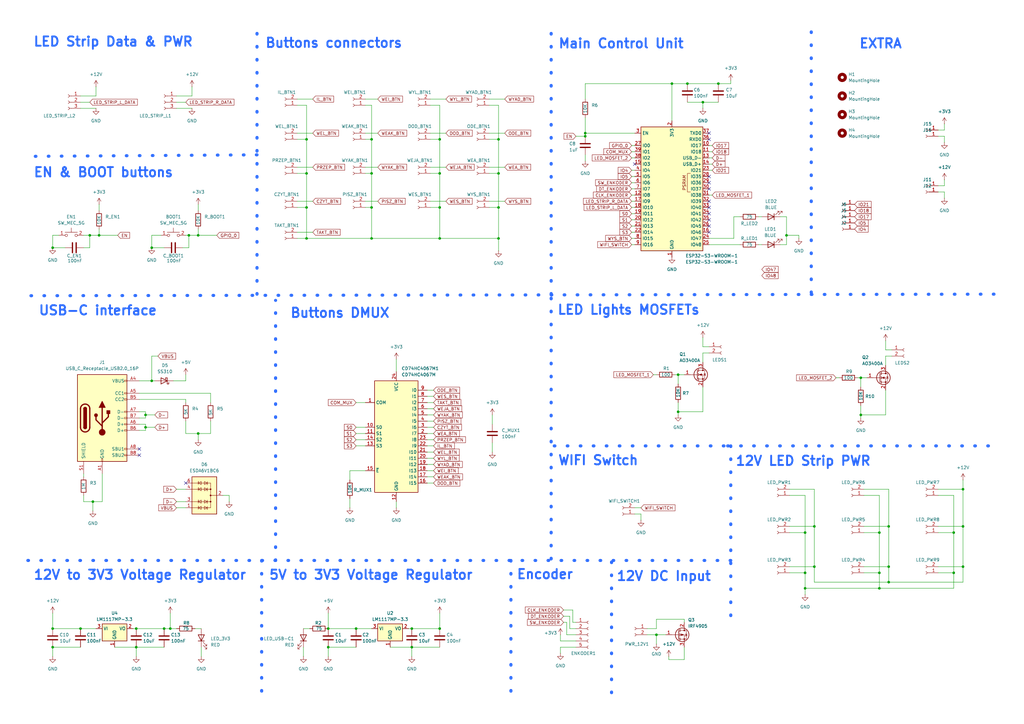
<source format=kicad_sch>
(kicad_sch (version 20250114) (generator "eeschema") (generator_version "9.0")
  (paper "A3")
  (text "12V DC Input\n" (at 272.288 236.474 0) (effects (font (size 3.81 3.81) (thickness 0.762) (bold yes))))
  (text "LED Strip Data & PWR\n" (at 13.462 17.272 0) (effects (font (size 3.81 3.81) (thickness 0.762) (bold yes)) (justify left)))
  (text "12V LED Strip PWR\n" (at 329.438 189.23 0) (effects (font (size 3.81 3.81) (thickness 0.762) (bold yes))))
  (text "WIFI Switch" (at 245.364 188.976 0) (effects (font (size 3.81 3.81) (thickness 0.762) (bold yes))))
  (text "EXTRA\n" (at 361.188 18.034 0) (effects (font (size 3.81 3.81) (thickness 0.762) (bold yes))))
  (text "USB-C interface\n" (at 40.132 127.508 0) (effects (font (size 3.81 3.81) (thickness 0.762) (bold yes))))
  (text "12V to 3V3 Voltage Regulator" (at 57.404 235.966 0) (effects (font (size 3.81 3.81) (thickness 0.762) (bold yes))))
  (text "Main Control Unit\n" (at 254.762 18.034 0) (effects (font (size 3.81 3.81) (thickness 0.762) (bold yes))))
  (text "EN & BOOT buttons\n" (at 42.418 70.866 0) (effects (font (size 3.81 3.81) (thickness 0.762) (bold yes))))
  (text "LED Lights MOSFETs\n" (at 257.81 127.254 0) (effects (font (size 3.81 3.81) (thickness 0.762) (bold yes))))
  (text "5V to 3V3 Voltage Regulator" (at 152.146 235.966 0) (effects (font (size 3.81 3.81) (thickness 0.762) (bold yes))))
  (text "Buttons DMUX" (at 139.446 128.524 0) (effects (font (size 3.81 3.81) (thickness 0.762) (bold yes))))
  (text "Encoder\n" (at 223.52 235.712 0) (effects (font (size 3.81 3.81) (thickness 0.762) (bold yes))))
  (text "Buttons connectors\n" (at 136.906 17.78 0) (effects (font (size 3.81 3.81) (thickness 0.762) (bold yes))))
  (junction (at 21.59 257.81))
  (junction (at 69.85 257.81))
  (junction (at 168.91 265.43))
  (junction (at 62.23 101.6))
  (junction (at 330.2 241.3))
  (junction (at 125.73 97.79))
  (junction (at 38.1 205.74))
  (junction (at 81.28 177.8))
  (junction (at 275.59 34.29))
  (junction (at 294.64 34.29))
  (junction (at 168.91 257.81))
  (junction (at 21.59 265.43))
  (junction (at 330.2 234.95))
  (junction (at 77.47 96.52))
  (junction (at 152.4 71.12))
  (junction (at 152.4 57.15))
  (junction (at 21.59 101.6))
  (junction (at 240.03 54.61))
  (junction (at 394.97 215.9))
  (junction (at 125.73 71.12))
  (junction (at 40.64 96.52))
  (junction (at 36.83 96.52))
  (junction (at 33.02 257.81))
  (junction (at 364.49 238.76))
  (junction (at 360.68 241.3))
  (junction (at 364.49 215.9))
  (junction (at 134.62 257.81))
  (junction (at 334.01 232.41))
  (junction (at 204.47 71.12))
  (junction (at 204.47 85.09))
  (junction (at 134.62 265.43))
  (junction (at 146.05 257.81))
  (junction (at 330.2 218.44))
  (junction (at 204.47 97.79))
  (junction (at 180.34 97.79))
  (junction (at 152.4 97.79))
  (junction (at 391.16 218.44))
  (junction (at 278.13 153.67))
  (junction (at 62.23 156.21))
  (junction (at 55.88 257.81))
  (junction (at 81.28 96.52))
  (junction (at 180.34 71.12))
  (junction (at 269.24 260.35))
  (junction (at 180.34 257.81))
  (junction (at 180.34 57.15))
  (junction (at 353.06 170.18))
  (junction (at 364.49 232.41))
  (junction (at 204.47 57.15))
  (junction (at 152.4 85.09))
  (junction (at 360.68 234.95))
  (junction (at 334.01 215.9))
  (junction (at 125.73 57.15))
  (junction (at 353.06 154.94))
  (junction (at 59.69 170.18))
  (junction (at 394.97 200.66))
  (junction (at 322.58 96.52))
  (junction (at 288.29 41.91))
  (junction (at 281.94 34.29))
  (junction (at 55.88 265.43))
  (junction (at 67.31 257.81))
  (junction (at 125.73 85.09))
  (junction (at 240.03 55.88))
  (junction (at 180.34 85.09))
  (junction (at 278.13 168.91))
  (junction (at 391.16 234.95))
  (junction (at 394.97 232.41))
  (junction (at 59.69 175.26))
  (junction (at 360.68 218.44))
  (no_connect (at 57.15 186.69))
  (no_connect (at 290.83 74.93))
  (no_connect (at 290.83 54.61))
  (no_connect (at 76.2 198.12))
  (no_connect (at 290.83 82.55))
  (no_connect (at 290.83 85.09))
  (no_connect (at 290.83 87.63))
  (no_connect (at 290.83 57.15))
  (no_connect (at 290.83 77.47))
  (no_connect (at 290.83 90.17))
  (no_connect (at 290.83 92.71))
  (no_connect (at 290.83 95.25))
  (no_connect (at 260.35 67.31))
  (no_connect (at 290.83 72.39))
  (no_connect (at 57.15 184.15))
  (wire (pts (xy 62.23 101.6) (xy 67.31 101.6)))
  (wire (pts (xy 290.83 62.23) (xy 292.1 62.23)))
  (wire (pts (xy 240.03 40.64) (xy 240.03 34.29)))
  (wire (pts (xy 149.86 82.55) (xy 154.94 82.55)))
  (wire (pts (xy 363.22 139.7) (xy 363.22 143.51)))
  (wire (pts (xy 288.29 41.91) (xy 294.64 41.91)))
  (wire (pts (xy 363.22 160.02) (xy 363.22 170.18)))
  (wire (pts (xy 59.69 176.53) (xy 57.15 176.53)))
  (wire (pts (xy 334.01 238.76) (xy 364.49 238.76)))
  (wire (pts (xy 353.06 154.94) (xy 353.06 158.75)))
  (wire (pts (xy 86.36 161.29) (xy 86.36 165.1)))
  (wire (pts (xy 81.28 93.98) (xy 81.28 96.52)))
  (wire (pts (xy 72.39 44.45) (xy 78.74 44.45)))
  (wire (pts (xy 59.69 168.91) (xy 57.15 168.91)))
  (wire (pts (xy 41.91 194.31) (xy 41.91 205.74)))
  (wire (pts (xy 364.49 215.9) (xy 364.49 232.41)))
  (wire (pts (xy 384.81 232.41) (xy 394.97 232.41)))
  (wire (pts (xy 72.39 208.28) (xy 76.2 208.28)))
  (wire (pts (xy 330.2 241.3) (xy 330.2 243.84)))
  (wire (pts (xy 146.05 182.88) (xy 149.86 182.88)))
  (polyline (pts (xy 407.67 120.65) (xy 12.7 121.285)) (stroke (width 1.27) (type dot) (color 42 104 255 1)))
  (wire (pts (xy 288.29 142.24) (xy 290.83 142.24)))
  (wire (pts (xy 125.73 71.12) (xy 125.73 57.15)))
  (wire (pts (xy 21.59 257.81) (xy 33.02 257.81)))
  (wire (pts (xy 176.53 68.58) (xy 182.88 68.58)))
  (wire (pts (xy 269.24 254) (xy 280.67 254)))
  (wire (pts (xy 121.92 71.12) (xy 125.73 71.12)))
  (wire (pts (xy 72.39 205.74) (xy 76.2 205.74)))
  (wire (pts (xy 354.33 203.2) (xy 360.68 203.2)))
  (wire (pts (xy 34.29 101.6) (xy 36.83 101.6)))
  (wire (pts (xy 34.29 96.52) (xy 36.83 96.52)))
  (wire (pts (xy 78.74 39.37) (xy 78.74 35.56)))
  (polyline (pts (xy 209.55 229.87) (xy 209.55 284.48)) (stroke (width 1.27) (type dot) (color 42 104 255 1)))
  (wire (pts (xy 149.86 193.04) (xy 143.51 193.04)))
  (wire (pts (xy 72.39 39.37) (xy 78.74 39.37)))
  (wire (pts (xy 149.86 85.09) (xy 152.4 85.09)))
  (wire (pts (xy 327.66 96.52) (xy 327.66 97.79)))
  (wire (pts (xy 260.35 208.28) (xy 262.89 208.28)))
  (wire (pts (xy 146.05 177.8) (xy 149.86 177.8)))
  (wire (pts (xy 54.61 257.81) (xy 55.88 257.81)))
  (wire (pts (xy 320.04 88.9) (xy 322.58 88.9)))
  (wire (pts (xy 300.99 88.9) (xy 303.53 88.9)))
  (wire (pts (xy 125.73 97.79) (xy 152.4 97.79)))
  (wire (pts (xy 259.08 64.77) (xy 260.35 64.77)))
  (wire (pts (xy 290.83 67.31) (xy 292.1 67.31)))
  (wire (pts (xy 330.2 203.2) (xy 330.2 218.44)))
  (wire (pts (xy 204.47 97.79) (xy 204.47 102.87)))
  (wire (pts (xy 269.24 257.81) (xy 269.24 254)))
  (wire (pts (xy 175.26 193.04) (xy 177.8 193.04)))
  (wire (pts (xy 276.86 153.67) (xy 278.13 153.67)))
  (wire (pts (xy 175.26 187.96) (xy 177.8 187.96)))
  (wire (pts (xy 240.03 54.61) (xy 260.35 54.61)))
  (wire (pts (xy 265.43 260.35) (xy 269.24 260.35)))
  (wire (pts (xy 39.37 39.37) (xy 39.37 35.56)))
  (wire (pts (xy 323.85 218.44) (xy 330.2 218.44)))
  (polyline (pts (xy 299.72 182.88) (xy 299.72 252.73)) (stroke (width 1.27) (type dot) (color 42 104 255 1)))
  (wire (pts (xy 204.47 85.09) (xy 204.47 97.79)))
  (wire (pts (xy 275.59 49.53) (xy 275.59 34.29)))
  (wire (pts (xy 21.59 101.6) (xy 21.59 96.52)))
  (wire (pts (xy 355.6 154.94) (xy 353.06 154.94)))
  (wire (pts (xy 152.4 71.12) (xy 152.4 57.15)))
  (wire (pts (xy 55.88 265.43) (xy 67.31 265.43)))
  (wire (pts (xy 201.93 173.99) (xy 201.93 170.18)))
  (wire (pts (xy 281.94 41.91) (xy 288.29 41.91)))
  (wire (pts (xy 59.69 175.26) (xy 63.5 175.26)))
  (wire (pts (xy 149.86 57.15) (xy 152.4 57.15)))
  (wire (pts (xy 288.29 144.78) (xy 290.83 144.78)))
  (wire (pts (xy 391.16 234.95) (xy 391.16 241.3)))
  (wire (pts (xy 323.85 200.66) (xy 334.01 200.66)))
  (wire (pts (xy 57.15 161.29) (xy 86.36 161.29)))
  (wire (pts (xy 57.15 163.83) (xy 76.2 163.83)))
  (wire (pts (xy 124.46 265.43) (xy 124.46 269.24)))
  (polyline (pts (xy 107.315 229.87) (xy 107.315 284.48)) (stroke (width 1.27) (type dot) (color 42 104 255 1)))
  (wire (pts (xy 363.22 170.18) (xy 353.06 170.18)))
  (wire (pts (xy 175.26 160.02) (xy 177.8 160.02)))
  (wire (pts (xy 175.26 190.5) (xy 177.8 190.5)))
  (wire (pts (xy 387.35 55.88) (xy 387.35 58.42)))
  (polyline (pts (xy 299.72 229.87) (xy 11.43 229.87)) (stroke (width 1.27) (type dot) (color 42 104 255 1)))
  (wire (pts (xy 180.34 43.18) (xy 176.53 43.18)))
  (wire (pts (xy 146.05 175.26) (xy 149.86 175.26)))
  (wire (pts (xy 36.83 96.52) (xy 40.64 96.52)))
  (wire (pts (xy 175.26 167.64) (xy 177.8 167.64)))
  (wire (pts (xy 259.08 85.09) (xy 260.35 85.09)))
  (wire (pts (xy 259.08 100.33) (xy 260.35 100.33)))
  (wire (pts (xy 63.5 170.18) (xy 59.69 170.18)))
  (wire (pts (xy 259.08 77.47) (xy 260.35 77.47)))
  (wire (pts (xy 259.08 69.85) (xy 260.35 69.85)))
  (wire (pts (xy 259.08 92.71) (xy 260.35 92.71)))
  (wire (pts (xy 232.41 260.35) (xy 236.22 260.35)))
  (wire (pts (xy 74.93 101.6) (xy 77.47 101.6)))
  (wire (pts (xy 33.02 41.91) (xy 36.83 41.91)))
  (wire (pts (xy 323.85 203.2) (xy 330.2 203.2)))
  (wire (pts (xy 76.2 177.8) (xy 81.28 177.8)))
  (wire (pts (xy 320.04 100.33) (xy 322.58 100.33)))
  (polyline (pts (xy 332.74 120.015) (xy 332.74 8.255)) (stroke (width 1.27) (type dot) (color 42 104 255 1)))
  (wire (pts (xy 62.23 101.6) (xy 62.23 96.52)))
  (wire (pts (xy 168.91 257.81) (xy 180.34 257.81)))
  (wire (pts (xy 275.59 34.29) (xy 281.94 34.29)))
  (wire (pts (xy 330.2 234.95) (xy 330.2 241.3)))
  (wire (pts (xy 152.4 85.09) (xy 152.4 71.12)))
  (wire (pts (xy 38.1 205.74) (xy 41.91 205.74)))
  (wire (pts (xy 288.29 158.75) (xy 288.29 168.91)))
  (polyline (pts (xy 226.06 229.235) (xy 226.06 119.38)) (stroke (width 1.27) (type dot) (color 42 104 255 1)))
  (wire (pts (xy 334.01 232.41) (xy 334.01 238.76)))
  (wire (pts (xy 62.23 156.21) (xy 63.5 156.21)))
  (wire (pts (xy 121.92 97.79) (xy 125.73 97.79)))
  (polyline (pts (xy 113.03 229.87) (xy 113.03 123.19)) (stroke (width 1.27) (type dot) (color 42 104 255 1)))
  (wire (pts (xy 360.68 203.2) (xy 360.68 218.44)))
  (wire (pts (xy 175.26 170.18) (xy 177.8 170.18)))
  (wire (pts (xy 134.62 265.43) (xy 146.05 265.43)))
  (wire (pts (xy 175.26 177.8) (xy 177.8 177.8)))
  (wire (pts (xy 175.26 182.88) (xy 177.8 182.88)))
  (wire (pts (xy 204.47 85.09) (xy 204.47 71.12)))
  (wire (pts (xy 162.56 147.32) (xy 162.56 152.4)))
  (wire (pts (xy 80.01 257.81) (xy 82.55 257.81)))
  (wire (pts (xy 146.05 180.34) (xy 149.86 180.34)))
  (wire (pts (xy 233.68 252.73) (xy 233.68 257.81)))
  (wire (pts (xy 231.14 250.19) (xy 234.95 250.19)))
  (wire (pts (xy 38.1 205.74) (xy 38.1 209.55)))
  (wire (pts (xy 134.62 257.81) (xy 146.05 257.81)))
  (wire (pts (xy 21.59 101.6) (xy 26.67 101.6)))
  (wire (pts (xy 236.22 55.88) (xy 240.03 55.88)))
  (wire (pts (xy 299.72 34.29) (xy 294.64 34.29)))
  (wire (pts (xy 175.26 172.72) (xy 177.8 172.72)))
  (wire (pts (xy 175.26 162.56) (xy 177.8 162.56)))
  (wire (pts (xy 176.53 40.64) (xy 182.88 40.64)))
  (wire (pts (xy 231.14 252.73) (xy 233.68 252.73)))
  (wire (pts (xy 323.85 215.9) (xy 334.01 215.9)))
  (wire (pts (xy 134.62 251.46) (xy 134.62 257.81)))
  (wire (pts (xy 149.86 54.61) (xy 154.94 54.61)))
  (wire (pts (xy 34.29 195.58) (xy 34.29 194.31)))
  (wire (pts (xy 176.53 71.12) (xy 180.34 71.12)))
  (wire (pts (xy 234.95 255.27) (xy 236.22 255.27)))
  (wire (pts (xy 274.32 269.24) (xy 274.32 270.51)))
  (wire (pts (xy 82.55 265.43) (xy 82.55 269.24)))
  (wire (pts (xy 384.81 76.2) (xy 387.35 76.2)))
  (wire (pts (xy 40.64 83.82) (xy 40.64 86.36)))
  (wire (pts (xy 160.02 265.43) (xy 168.91 265.43)))
  (wire (pts (xy 290.83 59.69) (xy 292.1 59.69)))
  (wire (pts (xy 280.67 270.51) (xy 274.32 270.51)))
  (wire (pts (xy 300.99 97.79) (xy 300.99 88.9)))
  (wire (pts (xy 77.47 101.6) (xy 77.47 96.52)))
  (wire (pts (xy 394.97 215.9) (xy 394.97 232.41)))
  (wire (pts (xy 121.92 95.25) (xy 128.27 95.25)))
  (wire (pts (xy 62.23 146.05) (xy 62.23 156.21)))
  (wire (pts (xy 57.15 156.21) (xy 62.23 156.21)))
  (wire (pts (xy 280.67 254) (xy 280.67 255.27)))
  (wire (pts (xy 201.93 181.61) (xy 201.93 185.42)))
  (wire (pts (xy 259.08 62.23) (xy 260.35 62.23)))
  (wire (pts (xy 121.92 40.64) (xy 128.27 40.64)))
  (wire (pts (xy 259.08 90.17) (xy 260.35 90.17)))
  (wire (pts (xy 384.81 53.34) (xy 387.35 53.34)))
  (wire (pts (xy 62.23 96.52) (xy 66.04 96.52)))
  (wire (pts (xy 269.24 260.35) (xy 269.24 264.16)))
  (wire (pts (xy 391.16 218.44) (xy 391.16 234.95)))
  (wire (pts (xy 354.33 218.44) (xy 360.68 218.44)))
  (wire (pts (xy 391.16 203.2) (xy 391.16 218.44)))
  (wire (pts (xy 232.41 255.27) (xy 232.41 260.35)))
  (wire (pts (xy 364.49 238.76) (xy 394.97 238.76)))
  (wire (pts (xy 384.81 215.9) (xy 394.97 215.9)))
  (wire (pts (xy 240.03 48.26) (xy 240.03 54.61)))
  (wire (pts (xy 384.81 203.2) (xy 391.16 203.2)))
  (wire (pts (xy 55.88 257.81) (xy 67.31 257.81)))
  (wire (pts (xy 33.02 39.37) (xy 39.37 39.37)))
  (wire (pts (xy 231.14 255.27) (xy 232.41 255.27)))
  (wire (pts (xy 57.15 173.99) (xy 59.69 173.99)))
  (wire (pts (xy 280.67 153.67) (xy 278.13 153.67)))
  (wire (pts (xy 175.26 180.34) (xy 177.8 180.34)))
  (wire (pts (xy 34.29 205.74) (xy 34.29 203.2)))
  (wire (pts (xy 121.92 54.61) (xy 128.27 54.61)))
  (wire (pts (xy 323.85 232.41) (xy 334.01 232.41)))
  (wire (pts (xy 278.13 168.91) (xy 278.13 170.18)))
  (wire (pts (xy 311.15 88.9) (xy 312.42 88.9)))
  (wire (pts (xy 240.03 63.5) (xy 240.03 66.04)))
  (wire (pts (xy 125.73 57.15) (xy 125.73 43.18)))
  (wire (pts (xy 121.92 57.15) (xy 125.73 57.15)))
  (wire (pts (xy 342.9 154.94) (xy 344.17 154.94)))
  (wire (pts (xy 288.29 41.91) (xy 288.29 44.45)))
  (wire (pts (xy 288.29 168.91) (xy 278.13 168.91)))
  (wire (pts (xy 77.47 96.52) (xy 81.28 96.52)))
  (wire (pts (xy 176.53 57.15) (xy 180.34 57.15)))
  (wire (pts (xy 281.94 34.29) (xy 294.64 34.29)))
  (wire (pts (xy 288.29 148.59) (xy 288.29 144.78)))
  (wire (pts (xy 278.13 153.67) (xy 278.13 157.48)))
  (wire (pts (xy 152.4 97.79) (xy 180.34 97.79)))
  (wire (pts (xy 152.4 57.15) (xy 152.4 43.18)))
  (wire (pts (xy 180.34 57.15) (xy 180.34 43.18)))
  (wire (pts (xy 176.53 54.61) (xy 182.88 54.61)))
  (wire (pts (xy 200.66 71.12) (xy 204.47 71.12)))
  (wire (pts (xy 240.03 34.29) (xy 275.59 34.29)))
  (wire (pts (xy 311.15 100.33) (xy 312.42 100.33)))
  (wire (pts (xy 175.26 195.58) (xy 177.8 195.58)))
  (wire (pts (xy 334.01 215.9) (xy 334.01 232.41)))
  (wire (pts (xy 125.73 85.09) (xy 125.73 71.12)))
  (wire (pts (xy 322.58 96.52) (xy 322.58 100.33)))
  (wire (pts (xy 168.91 265.43) (xy 168.91 269.24)))
  (wire (pts (xy 360.68 218.44) (xy 360.68 234.95)))
  (wire (pts (xy 57.15 171.45) (xy 59.69 171.45)))
  (wire (pts (xy 351.79 154.94) (xy 353.06 154.94)))
  (wire (pts (xy 204.47 71.12) (xy 204.47 57.15)))
  (wire (pts (xy 234.95 250.19) (xy 234.95 255.27)))
  (wire (pts (xy 384.81 218.44) (xy 391.16 218.44)))
  (wire (pts (xy 259.08 72.39) (xy 260.35 72.39)))
  (wire (pts (xy 152.4 97.79) (xy 152.4 85.09)))
  (wire (pts (xy 71.12 156.21) (xy 76.2 156.21)))
  (wire (pts (xy 207.01 54.61) (xy 200.66 54.61)))
  (wire (pts (xy 322.58 88.9) (xy 322.58 96.52)))
  (wire (pts (xy 354.33 215.9) (xy 364.49 215.9)))
  (polyline (pts (xy 250.825 230.505) (xy 250.825 284.48)) (stroke (width 1.27) (type dot) (color 42 104 255 1)))
  (wire (pts (xy 21.59 265.43) (xy 21.59 269.24)))
  (wire (pts (xy 81.28 177.8) (xy 81.28 180.34)))
  (wire (pts (xy 180.34 97.79) (xy 204.47 97.79)))
  (wire (pts (xy 72.39 200.66) (xy 76.2 200.66)))
  (wire (pts (xy 229.87 262.89) (xy 236.22 262.89)))
  (wire (pts (xy 46.99 265.43) (xy 55.88 265.43)))
  (wire (pts (xy 280.67 265.43) (xy 280.67 270.51)))
  (wire (pts (xy 259.08 97.79) (xy 260.35 97.79)))
  (wire (pts (xy 229.87 262.89) (xy 229.87 260.35)))
  (wire (pts (xy 384.81 55.88) (xy 387.35 55.88)))
  (wire (pts (xy 21.59 96.52) (xy 24.13 96.52)))
  (wire (pts (xy 146.05 257.81) (xy 152.4 257.81)))
  (wire (pts (xy 64.77 146.05) (xy 62.23 146.05)))
  (wire (pts (xy 204.47 43.18) (xy 200.66 43.18)))
  (wire (pts (xy 262.89 210.82) (xy 262.89 213.36)))
  (wire (pts (xy 67.31 257.81) (xy 69.85 257.81)))
  (wire (pts (xy 40.64 93.98) (xy 40.64 96.52)))
  (wire (pts (xy 76.2 153.67) (xy 76.2 156.21)))
  (wire (pts (xy 121.92 68.58) (xy 128.27 68.58)))
  (wire (pts (xy 200.66 57.15) (xy 204.47 57.15)))
  (wire (pts (xy 207.01 40.64) (xy 200.66 40.64)))
  (wire (pts (xy 81.28 83.82) (xy 81.28 86.36)))
  (wire (pts (xy 121.92 82.55) (xy 128.27 82.55)))
  (wire (pts (xy 290.83 64.77) (xy 292.1 64.77)))
  (wire (pts (xy 363.22 143.51) (xy 365.76 143.51)))
  (wire (pts (xy 162.56 205.74) (xy 162.56 208.28)))
  (wire (pts (xy 149.86 71.12) (xy 152.4 71.12)))
  (wire (pts (xy 72.39 41.91) (xy 76.2 41.91)))
  (wire (pts (xy 93.98 205.74) (xy 93.98 203.2)))
  (wire (pts (xy 176.53 82.55) (xy 182.88 82.55)))
  (wire (pts (xy 364.49 215.9) (xy 364.49 200.66)))
  (wire (pts (xy 290.83 97.79) (xy 300.99 97.79)))
  (wire (pts (xy 149.86 40.64) (xy 154.94 40.64)))
  (wire (pts (xy 299.72 33.02) (xy 299.72 34.29)))
  (polyline (pts (xy 227.33 182.88) (xy 299.72 182.88)) (stroke (width 1.27) (type dot) (color 42 104 255 1)))
  (wire (pts (xy 69.85 257.81) (xy 72.39 257.81)))
  (wire (pts (xy 384.81 234.95) (xy 391.16 234.95)))
  (wire (pts (xy 21.59 251.46) (xy 21.59 257.81)))
  (wire (pts (xy 353.06 166.37) (xy 353.06 170.18)))
  (wire (pts (xy 76.2 96.52) (xy 77.47 96.52)))
  (wire (pts (xy 323.85 234.95) (xy 330.2 234.95)))
  (wire (pts (xy 59.69 171.45) (xy 59.69 170.18)))
  (wire (pts (xy 34.29 205.74) (xy 38.1 205.74)))
  (polyline (pts (xy 105.41 120.65) (xy 105.41 12.7)) (stroke (width 1.27) (type dot) (color 42 104 255 1)))
  (wire (pts (xy 175.26 165.1) (xy 177.8 165.1)))
  (wire (pts (xy 76.2 172.72) (xy 76.2 177.8)))
  (wire (pts (xy 146.05 165.1) (xy 149.86 165.1)))
  (polyline (pts (xy 105.41 63.5) (xy 11.43 64.135)) (stroke (width 1.27) (type dot) (color 42 104 255 1)))
  (wire (pts (xy 180.34 251.46) (xy 180.34 257.81)))
  (wire (pts (xy 93.98 203.2) (xy 91.44 203.2)))
  (wire (pts (xy 204.47 57.15) (xy 204.47 43.18)))
  (wire (pts (xy 363.22 149.86) (xy 363.22 146.05)))
  (polyline (pts (xy 298.45 182.88) (xy 406.4 182.88)) (stroke (width 1.27) (type dot) (color 42 104 255 1)))
  (wire (pts (xy 290.83 100.33) (xy 303.53 100.33)))
  (wire (pts (xy 360.68 241.3) (xy 391.16 241.3)))
  (wire (pts (xy 176.53 85.09) (xy 180.34 85.09)))
  (wire (pts (xy 384.81 200.66) (xy 394.97 200.66)))
  (wire (pts (xy 229.87 265.43) (xy 236.22 265.43)))
  (wire (pts (xy 86.36 172.72) (xy 86.36 177.8)))
  (wire (pts (xy 152.4 43.18) (xy 149.86 43.18)))
  (wire (pts (xy 81.28 96.52) (xy 88.9 96.52)))
  (wire (pts (xy 207.01 68.58) (xy 200.66 68.58)))
  (wire (pts (xy 76.2 163.83) (xy 76.2 165.1)))
  (wire (pts (xy 125.73 97.79) (xy 125.73 85.09)))
  (wire (pts (xy 175.26 185.42) (xy 177.8 185.42)))
  (wire (pts (xy 143.51 193.04) (xy 143.51 196.85)))
  (wire (pts (xy 59.69 170.18) (xy 59.69 168.91)))
  (wire (pts (xy 290.83 80.01) (xy 292.1 80.01)))
  (wire (pts (xy 334.01 215.9) (xy 334.01 200.66)))
  (wire (pts (xy 387.35 53.34) (xy 387.35 50.8)))
  (wire (pts (xy 360.68 234.95) (xy 360.68 241.3)))
  (wire (pts (xy 259.08 59.69) (xy 260.35 59.69)))
  (wire (pts (xy 259.08 80.01) (xy 260.35 80.01)))
  (wire (pts (xy 55.88 265.43) (xy 55.88 269.24)))
  (wire (pts (xy 233.68 257.81) (xy 236.22 257.81)))
  (wire (pts (xy 240.03 54.61) (xy 240.03 55.88)))
  (wire (pts (xy 33.02 44.45) (xy 39.37 44.45)))
  (wire (pts (xy 278.13 165.1) (xy 278.13 168.91)))
  (wire (pts (xy 259.08 87.63) (xy 260.35 87.63)))
  (wire (pts (xy 288.29 138.43) (xy 288.29 142.24)))
  (wire (pts (xy 354.33 232.41) (xy 364.49 232.41)))
  (wire (pts (xy 354.33 234.95) (xy 360.68 234.95)))
  (wire (pts (xy 180.34 85.09) (xy 180.34 71.12)))
  (wire (pts (xy 265.43 257.81) (xy 269.24 257.81)))
  (wire (pts (xy 59.69 173.99) (xy 59.69 175.26)))
  (wire (pts (xy 143.51 204.47) (xy 143.51 208.28)))
  (wire (pts (xy 394.97 232.41) (xy 394.97 238.76)))
  (wire (pts (xy 330.2 241.3) (xy 360.68 241.3)))
  (wire (pts (xy 21.59 265.43) (xy 33.02 265.43)))
  (wire (pts (xy 327.66 96.52) (xy 322.58 96.52)))
  (polyline (pts (xy 226.06 120.65) (xy 226.06 8.89)) (stroke (width 1.27) (type dot) (color 42 104 255 1)))
  (wire (pts (xy 387.35 78.74) (xy 387.35 81.28)))
  (wire (pts (xy 180.34 71.12) (xy 180.34 57.15)))
  (wire (pts (xy 259.08 95.25) (xy 260.35 95.25)))
  (wire (pts (xy 384.81 78.74) (xy 387.35 78.74)))
  (wire (pts (xy 69.85 251.46) (xy 69.85 257.81)))
  (wire (pts (xy 180.34 97.79) (xy 180.34 85.09)))
  (wire (pts (xy 125.73 43.18) (xy 121.92 43.18)))
  (wire (pts (xy 259.08 82.55) (xy 260.35 82.55)))
  (wire (pts (xy 134.62 265.43) (xy 134.62 269.24)))
  (wire (pts (xy 175.26 175.26) (xy 177.8 175.26)))
  (wire (pts (xy 59.69 175.26) (xy 59.69 176.53)))
  (wire (pts (xy 168.91 265.43) (xy 180.34 265.43)))
  (wire (pts (xy 149.86 68.58) (xy 154.94 68.58)))
  (wire (pts (xy 387.35 76.2) (xy 387.35 73.66)))
  (wire (pts (xy 353.06 170.18) (xy 353.06 171.45)))
  (wire (pts (xy 330.2 218.44) (xy 330.2 234.95)))
  (wire (pts (xy 81.28 177.8) (xy 86.36 177.8)))
  (wire (pts (xy 259.08 74.93) (xy 260.35 74.93)))
  (wire (pts (xy 33.02 257.81) (xy 39.37 257.81)))
  (wire (pts (xy 40.64 96.52) (xy 48.26 96.52)))
  (wire (pts (xy 121.92 85.09) (xy 125.73 85.09)))
  (wire (pts (xy 175.26 198.12) (xy 177.8 198.12)))
  (wire (pts (xy 260.35 210.82) (xy 262.89 210.82)))
  (wire (pts (xy 394.97 200.66) (xy 394.97 215.9)))
  (wire (pts (xy 127 257.81) (xy 124.46 257.81)))
  (wire (pts (xy 36.83 101.6) (xy 36.83 96.52)))
  (wire (pts (xy 354.33 200.66) (xy 364.49 200.66)))
  (wire (pts (xy 269.24 153.67) (xy 267.97 153.67)))
  (wire (pts (xy 200.66 85.09) (xy 204.47 85.09)))
  (wire (pts (xy 207.01 82.55) (xy 200.66 82.55)))
  (wire (pts (xy 364.49 232.41) (xy 364.49 238.76)))
  (wire (pts (xy 269.24 260.35) (xy 273.05 260.35)))
  (wire (pts (xy 167.64 257.81) (xy 168.91 257.81)))
  (wire (pts (xy 229.87 267.97) (xy 229.87 265.43)))
  (wire (pts (xy 363.22 146.05) (xy 365.76 146.05)))
  (wire (pts (xy 394.97 196.85) (xy 394.97 200.66)))
  (wire (pts (xy 290.83 69.85) (xy 292.1 69.85)))
  (global_label "IO47" (shape input) (at 312.42 110.49 0) (property "Intersheetrefs" "${INTERSHEET_REFS}" (effects (hide yes))))
  (global_label "EN" (shape input) (at 48.26 96.52 0) (property "Intersheetrefs" "${INTERSHEET_REFS}" (effects (hide yes))))
  (global_label "LED_MOSFET_2" (shape input) (at 342.9 154.94 180) (property "Intersheetrefs" "${INTERSHEET_REFS}" (effects (hide yes))))
  (global_label "WYAD_BTN" (shape input) (at 207.01 40.64 0) (property "Intersheetrefs" "${INTERSHEET_REFS}" (effects (hide yes))))
  (global_label "IO5" (shape input) (at 259.08 72.39 180) (property "Intersheetrefs" "${INTERSHEET_REFS}" (effects (hide yes))))
  (global_label "WIFI_SWITCH" (shape input) (at 259.08 100.33 180) (property "Intersheetrefs" "${INTERSHEET_REFS}" (effects (hide yes))))
  (global_label "S3" (shape input) (at 259.08 95.25 180) (property "Intersheetrefs" "${INTERSHEET_REFS}" (effects (hide yes))))
  (global_label "LED_MOSFET_1" (shape input) (at 292.1 80.01 0) (property "Intersheetrefs" "${INTERSHEET_REFS}" (effects (hide yes))))
  (global_label "TAKT_BTN" (shape input) (at 177.8 165.1 0) (property "Intersheetrefs" "${INTERSHEET_REFS}" (effects (hide yes))))
  (global_label "DOD_BTN" (shape input) (at 182.88 54.61 0) (property "Intersheetrefs" "${INTERSHEET_REFS}" (effects (hide yes))))
  (global_label "WYAD_BTN" (shape input) (at 177.8 190.5 0) (property "Intersheetrefs" "${INTERSHEET_REFS}" (effects (hide yes))))
  (global_label "WES_BTN" (shape input) (at 177.8 162.56 0) (property "Intersheetrefs" "${INTERSHEET_REFS}" (effects (hide yes))))
  (global_label "S1" (shape input) (at 259.08 90.17 180) (property "Intersheetrefs" "${INTERSHEET_REFS}" (effects (hide yes))))
  (global_label "DT_ENKODER" (shape input) (at 259.08 77.47 180) (property "Intersheetrefs" "${INTERSHEET_REFS}" (effects (hide yes))))
  (global_label "D-" (shape input) (at 72.39 205.74 180) (property "Intersheetrefs" "${INTERSHEET_REFS}" (effects (hide yes))))
  (global_label "CLK_ENKODER" (shape input) (at 259.08 80.01 180) (property "Intersheetrefs" "${INTERSHEET_REFS}" (effects (hide yes))))
  (global_label "WEI_BTN" (shape input) (at 177.8 193.04 0) (property "Intersheetrefs" "${INTERSHEET_REFS}" (effects (hide yes))))
  (global_label "LED_MOSFET_1" (shape input) (at 267.97 153.67 180) (property "Intersheetrefs" "${INTERSHEET_REFS}" (effects (hide yes))))
  (global_label "PRZEP_BTN" (shape input) (at 128.27 68.58 0) (property "Intersheetrefs" "${INTERSHEET_REFS}" (effects (hide yes))))
  (global_label "PRZEP_BTN" (shape input) (at 177.8 180.34 0) (property "Intersheetrefs" "${INTERSHEET_REFS}" (effects (hide yes))))
  (global_label "WEA_BTN" (shape input) (at 207.01 68.58 0) (property "Intersheetrefs" "${INTERSHEET_REFS}" (effects (hide yes))))
  (global_label "DT_ENKODER" (shape input) (at 231.14 252.73 180) (property "Intersheetrefs" "${INTERSHEET_REFS}" (effects (hide yes))))
  (global_label "GPIO_0" (shape input) (at 88.9 96.52 0) (property "Intersheetrefs" "${INTERSHEET_REFS}" (effects (hide yes))))
  (global_label "IL_BTN" (shape input) (at 177.8 182.88 0) (property "Intersheetrefs" "${INTERSHEET_REFS}" (effects (hide yes))))
  (global_label "S0" (shape input) (at 259.08 87.63 180) (property "Intersheetrefs" "${INTERSHEET_REFS}" (effects (hide yes))))
  (global_label "WEI_BTN" (shape input) (at 154.94 40.64 0) (property "Intersheetrefs" "${INTERSHEET_REFS}" (effects (hide yes))))
  (global_label "SW_ENKODER" (shape input) (at 231.14 255.27 180) (property "Intersheetrefs" "${INTERSHEET_REFS}" (effects (hide yes))))
  (global_label "D-" (shape input) (at 292.1 64.77 0) (property "Intersheetrefs" "${INTERSHEET_REFS}" (effects (hide yes))))
  (global_label "S2" (shape input) (at 146.05 180.34 180) (property "Intersheetrefs" "${INTERSHEET_REFS}" (effects (hide yes))))
  (global_label "S0" (shape input) (at 146.05 175.26 180) (property "Intersheetrefs" "${INTERSHEET_REFS}" (effects (hide yes))))
  (global_label "LED_MOSFET_2" (shape input) (at 259.08 64.77 180) (property "Intersheetrefs" "${INTERSHEET_REFS}" (effects (hide yes))))
  (global_label "WIFI_SWITCH" (shape input) (at 262.89 208.28 0) (property "Intersheetrefs" "${INTERSHEET_REFS}" (effects (hide yes))))
  (global_label "WEA_BTN" (shape input) (at 177.8 177.8 0) (property "Intersheetrefs" "${INTERSHEET_REFS}" (effects (hide yes))))
  (global_label "WEJA_BTN" (shape input) (at 177.8 167.64 0) (property "Intersheetrefs" "${INTERSHEET_REFS}" (effects (hide yes))))
  (global_label "TAKT_BTN" (shape input) (at 128.27 95.25 0) (property "Intersheetrefs" "${INTERSHEET_REFS}" (effects (hide yes))))
  (global_label "S2" (shape input) (at 259.08 92.71 180) (property "Intersheetrefs" "${INTERSHEET_REFS}" (effects (hide yes))))
  (global_label "IO17" (shape input) (at 292.1 59.69 0) (property "Intersheetrefs" "${INTERSHEET_REFS}" (effects (hide yes))))
  (global_label "VBUS" (shape input) (at 72.39 208.28 180) (property "Intersheetrefs" "${INTERSHEET_REFS}" (effects (hide yes))))
  (global_label "WYS_BTN" (shape input) (at 207.01 82.55 0) (property "Intersheetrefs" "${INTERSHEET_REFS}" (effects (hide yes))))
  (global_label "IO48" (shape input) (at 312.42 113.03 0) (property "Intersheetrefs" "${INTERSHEET_REFS}" (effects (hide yes))))
  (global_label "WYAK_BTN" (shape input) (at 154.94 68.58 0) (property "Intersheetrefs" "${INTERSHEET_REFS}" (effects (hide yes))))
  (global_label "IO17" (shape input) (at 350.52 88.9 0) (property "Intersheetrefs" "${INTERSHEET_REFS}" (effects (hide yes))))
  (global_label "WYL_BTN" (shape input) (at 182.88 40.64 0) (property "Intersheetrefs" "${INTERSHEET_REFS}" (effects (hide yes))))
  (global_label "IO4" (shape input) (at 259.08 69.85 180) (property "Intersheetrefs" "${INTERSHEET_REFS}" (effects (hide yes))))
  (global_label "COM_MUX" (shape input) (at 259.08 62.23 180) (property "Intersheetrefs" "${INTERSHEET_REFS}" (effects (hide yes))))
  (global_label "LED_STRIP_L_DATA" (shape input) (at 259.08 85.09 180) (property "Intersheetrefs" "${INTERSHEET_REFS}" (effects (hide yes))))
  (global_label "WES_BTN" (shape input) (at 182.88 82.55 0) (property "Intersheetrefs" "${INTERSHEET_REFS}" (effects (hide yes))))
  (global_label "IO5" (shape input) (at 350.52 91.44 0) (property "Intersheetrefs" "${INTERSHEET_REFS}" (effects (hide yes))))
  (global_label "CZYT_BTN" (shape input) (at 128.27 82.55 0) (property "Intersheetrefs" "${INTERSHEET_REFS}" (effects (hide yes))))
  (global_label "COM_MUX" (shape input) (at 146.05 165.1 180) (property "Intersheetrefs" "${INTERSHEET_REFS}" (effects (hide yes))))
  (global_label "CLK_ENKODER" (shape input) (at 231.14 250.19 180) (property "Intersheetrefs" "${INTERSHEET_REFS}" (effects (hide yes))))
  (global_label "ODE_BTN" (shape input) (at 207.01 54.61 0) (property "Intersheetrefs" "${INTERSHEET_REFS}" (effects (hide yes))))
  (global_label "IO4" (shape input) (at 350.52 93.98 0) (property "Intersheetrefs" "${INTERSHEET_REFS}" (effects (hide yes))))
  (global_label "WEAK_BTN" (shape input) (at 154.94 54.61 0) (property "Intersheetrefs" "${INTERSHEET_REFS}" (effects (hide yes))))
  (global_label "WEJA_BTN" (shape input) (at 182.88 68.58 0) (property "Intersheetrefs" "${INTERSHEET_REFS}" (effects (hide yes))))
  (global_label "WEL_BTN" (shape input) (at 128.27 54.61 0) (property "Intersheetrefs" "${INTERSHEET_REFS}" (effects (hide yes))))
  (global_label "WEL_BTN" (shape input) (at 177.8 185.42 0) (property "Intersheetrefs" "${INTERSHEET_REFS}" (effects (hide yes))))
  (global_label "CZYT_BTN" (shape input) (at 177.8 175.26 0) (property "Intersheetrefs" "${INTERSHEET_REFS}" (effects (hide yes))))
  (global_label "WYAK_BTN" (shape input) (at 177.8 170.18 0) (property "Intersheetrefs" "${INTERSHEET_REFS}" (effects (hide yes))))
  (global_label "DOD_BTN" (shape input) (at 177.8 198.12 0) (property "Intersheetrefs" "${INTERSHEET_REFS}" (effects (hide yes))))
  (global_label "D+" (shape input) (at 72.39 200.66 180) (property "Intersheetrefs" "${INTERSHEET_REFS}" (effects (hide yes))))
  (global_label "IO21" (shape input) (at 350.52 83.82 0) (property "Intersheetrefs" "${INTERSHEET_REFS}" (effects (hide yes))))
  (global_label "PISZ_BTN" (shape input) (at 154.94 82.55 0) (property "Intersheetrefs" "${INTERSHEET_REFS}" (effects (hide yes))))
  (global_label "LED_STRIP_L_DATA" (shape input) (at 36.83 41.91 0) (property "Intersheetrefs" "${INTERSHEET_REFS}" (effects (hide yes))))
  (global_label "S3" (shape input) (at 146.05 182.88 180) (property "Intersheetrefs" "${INTERSHEET_REFS}" (effects (hide yes))))
  (global_label "D-" (shape input) (at 63.5 170.18 0) (property "Intersheetrefs" "${INTERSHEET_REFS}" (effects (hide yes))))
  (global_label "ODE_BTN" (shape input) (at 177.8 160.02 0) (property "Intersheetrefs" "${INTERSHEET_REFS}" (effects (hide yes))))
  (global_label "LED_STRIP_R_DATA" (shape input) (at 259.08 82.55 180) (property "Intersheetrefs" "${INTERSHEET_REFS}" (effects (hide yes))))
  (global_label "EN" (shape input) (at 236.22 55.88 180) (property "Intersheetrefs" "${INTERSHEET_REFS}" (effects (hide yes))))
  (global_label "LED_STRIP_R_DATA" (shape input) (at 76.2 41.91 0) (property "Intersheetrefs" "${INTERSHEET_REFS}" (effects (hide yes))))
  (global_label "D+" (shape input) (at 292.1 67.31 0) (property "Intersheetrefs" "${INTERSHEET_REFS}" (effects (hide yes))))
  (global_label "IO18" (shape input) (at 292.1 62.23 0) (property "Intersheetrefs" "${INTERSHEET_REFS}" (effects (hide yes))))
  (global_label "WEAK_BTN" (shape input) (at 177.8 195.58 0) (property "Intersheetrefs" "${INTERSHEET_REFS}" (effects (hide yes))))
  (global_label "WYL_BTN" (shape input) (at 177.8 187.96 0) (property "Intersheetrefs" "${INTERSHEET_REFS}" (effects (hide yes))))
  (global_label "VBUS" (shape input) (at 64.77 146.05 0) (property "Intersheetrefs" "${INTERSHEET_REFS}" (effects (hide yes))))
  (global_label "IL_BTN" (shape input) (at 128.27 40.64 0) (property "Intersheetrefs" "${INTERSHEET_REFS}" (effects (hide yes))))
  (global_label "D+" (shape input) (at 63.5 175.26 0) (property "Intersheetrefs" "${INTERSHEET_REFS}" (effects (hide yes))))
  (global_label "WYS_BTN" (shape input) (at 259.08 97.79 180) (property "Intersheetrefs" "${INTERSHEET_REFS}" (effects (hide yes))))
  (global_label "PISZ_BTN" (shape input) (at 177.8 172.72 0) (property "Intersheetrefs" "${INTERSHEET_REFS}" (effects (hide yes))))
  (global_label "GPIO_0" (shape input) (at 259.08 59.69 180) (property "Intersheetrefs" "${INTERSHEET_REFS}" (effects (hide yes))))
  (global_label "IO21" (shape input) (at 292.1 69.85 0) (property "Intersheetrefs" "${INTERSHEET_REFS}" (effects (hide yes))))
  (global_label "SW_ENKODER" (shape input) (at 259.08 74.93 180) (property "Intersheetrefs" "${INTERSHEET_REFS}" (effects (hide yes))))
  (global_label "IO18" (shape input) (at 350.52 86.36 0) (property "Intersheetrefs" "${INTERSHEET_REFS}" (effects (hide yes))))
  (global_label "S1" (shape input) (at 146.05 177.8 180) (property "Intersheetrefs" "${INTERSHEET_REFS}" (effects (hide yes))))
  (symbol (lib_id "Device:C") (at 294.64 38.1 0) (unit 1)
    (property "Reference" "C7" (at 297.688 36.83 0) (effects (justify left)))
    (property "Value" "10uF" (at 297.688 39.37 0) (effects (justify left)))
    (property "Footprint" "Capacitor_SMD:C_1206_3216Metric_Pad1.33x1.80mm_HandSolder" (effects (hide yes)))
    (property "Description" "Unpolarized capacitor" (effects (hide yes)))
  )
  (symbol (lib_id "Device:C") (at 71.12 101.6 90) (unit 1)
    (property "Reference" "C_BOOT1" (at 71.12 104.902 90))
    (property "Value" "100nF" (at 71.374 106.934 90))
    (property "Footprint" "Capacitor_SMD:C_1206_3216Metric_Pad1.33x1.80mm_HandSolder" (effects (hide yes)))
    (property "Description" "Unpolarized capacitor" (effects (hide yes)))
  )
  (symbol (lib_id "power:GND") (at 82.55 269.24 0) (unit 1)
    (property "Reference" "#PWR015" (effects (hide yes)))
    (property "Value" "GND" (at 82.55 274.32 0))
    (property "Description" "Power symbol creates a global label with name \"GND\" , ground" (effects (hide yes)))
  )
  (symbol (lib_id "Transistor_FET:IRF4905") (at 278.13 260.35 0) (unit 1)
    (property "Reference" "Q3" (at 282.194 254.254 0) (effects (justify left)))
    (property "Value" "IRF4905" (at 282.194 256.794 0) (effects (justify left)))
    (property "Footprint" "Package_TO_SOT_SMD:TO-252-2" (effects (hide yes)))
    (property "Datasheet" "http://www.infineon.com/dgdl/irf4905.pdf?fileId=5546d462533600a4015355e32165197c" (effects (hide yes)))
    (property "Description" "-74A Id, -55V Vds, Single P-Channel HEXFET Power MOSFET, 20mOhm Ron, TO-220AB" (effects (hide yes)))
  )
  (symbol (lib_id "Device:LED") (at 82.55 261.62 90) (unit 1)
    (property "Reference" "LED_3V3" (at 86.36 261.9374 90) (effects (justify right)))
    (property "Value" "RED" (at 86.36 264.4774 90) (effects (justify right)))
    (property "Footprint" "LED_SMD:LED_1206_3216Metric" (effects (hide yes)))
    (property "Description" "Light emitting diode" (effects (hide yes)))
    (property "Sim.Pins" "1=K 2=A" (effects (hide yes)))
  )
  (symbol (lib_id "Connector:Conn_01x02_Socket") (at 260.35 257.81 0) (mirror y) (unit 1)
    (property "Reference" "PWR_12V1" (at 266.192 264.16 0) (effects (justify left)))
    (property "Value" "Conn_01x02_Socket" (effects (hide yes)))
    (property "Footprint" "TerminalBlock:TerminalBlock_MaiXu_MX126-5.0-02P_1x02_P5.00mm" (effects (hide yes)))
    (property "Description" "Generic connector, single row, 01x02, script generated" (effects (hide yes)))
  )
  (symbol (lib_id "74xx:CD74HC4067M") (at 162.56 177.8 0) (unit 1)
    (property "Reference" "CD74HC4067M1" (at 164.7033 151.13 0) (effects (justify left)))
    (property "Value" "CD74HC4067M" (at 164.7033 153.67 0) (effects (justify left)))
    (property "Footprint" "Package_SO:SOIC-24W_7.5x15.4mm_P1.27mm" (effects (hide yes)))
    (property "Datasheet" "http://www.ti.com/lit/ds/symlink/cd74hc4067.pdf" (effects (hide yes)))
    (property "Description" "High-Speed CMOS Logic 16-Channel Analog Multiplexer/Demultiplexer, SOIC-24" (effects (hide yes)))
  )
  (symbol (lib_id "Connector:Conn_01x02_Socket") (at 349.25 203.2 180) (unit 1)
    (property "Reference" "LED_PWR6" (at 350.012 197.866 0))
    (property "Value" "Conn_01x02_Socket" (effects (hide yes)))
    (property "Footprint" "Connector_JST:JST_XH_S2B-XH-A_1x02_P2.50mm_Horizontal" (effects (hide yes)))
    (property "Description" "Generic connector, single row, 01x02, script generated" (effects (hide yes)))
  )
  (symbol (lib_id "power:GND") (at 55.88 269.24 0) (unit 1)
    (property "Reference" "#PWR014" (effects (hide yes)))
    (property "Value" "GND" (at 55.88 274.32 0))
    (property "Description" "Power symbol creates a global label with name \"GND\" , ground" (effects (hide yes)))
  )
  (symbol (lib_id "Device:C") (at 67.31 261.62 0) (unit 1)
    (property "Reference" "C13" (at 70.104 260.35 0) (effects (justify left)))
    (property "Value" "100nF" (at 70.104 262.89 0) (effects (justify left)))
    (property "Footprint" "Capacitor_SMD:C_1206_3216Metric_Pad1.33x1.80mm_HandSolder" (effects (hide yes)))
    (property "Description" "Unpolarized capacitor" (effects (hide yes)))
  )
  (symbol (lib_id "power:GND") (at 327.66 97.79 0) (unit 1)
    (property "Reference" "#PWR022" (effects (hide yes)))
    (property "Value" "GND" (at 327.66 102.87 0))
    (property "Description" "Power symbol creates a global label with name \"GND\" , ground" (effects (hide yes)))
  )
  (symbol (lib_id "power:+12V") (at 394.97 196.85 0) (unit 1)
    (property "Reference" "#PWR036" (effects (hide yes)))
    (property "Value" "+12V" (at 394.97 191.77 0))
    (property "Description" "Power symbol creates a global label with name \"+12V\"" (effects (hide yes)))
  )
  (symbol (lib_id "Device:LED") (at 316.23 100.33 180) (unit 1)
    (property "Reference" "LED1" (at 315.976 93.98 0))
    (property "Value" "BLUE" (at 315.976 96.52 0))
    (property "Footprint" "LED_SMD:LED_1206_3216Metric" (effects (hide yes)))
    (property "Description" "Light emitting diode" (effects (hide yes)))
    (property "Sim.Pins" "1=K 2=A" (effects (hide yes)))
  )
  (symbol (lib_id "Transistor_FET:AO3400A") (at 285.75 153.67 0) (unit 1)
    (property "Reference" "Q1" (at 278.638 145.288 0) (effects (justify left)))
    (property "Value" "AO3400A" (at 278.638 147.828 0) (effects (justify left)))
    (property "Footprint" "Package_TO_SOT_SMD:SOT-23" (effects (hide yes)))
    (property "Datasheet" "http://www.aosmd.com/pdfs/datasheet/AO3400A.pdf" (effects (hide yes)))
    (property "Description" "30V Vds, 5.7A Id, N-Channel MOSFET, SOT-23" (effects (hide yes)))
  )
  (symbol (lib_id "Device:R") (at 307.34 100.33 90) (unit 1)
    (property "Reference" "R_LED1" (at 307.34 97.79 90))
    (property "Value" "75" (at 307.34 100.33 90))
    (property "Footprint" "Capacitor_SMD:C_1206_3216Metric_Pad1.33x1.80mm_HandSolder" (effects (hide yes)))
    (property "Description" "Resistor" (effects (hide yes)))
  )
  (symbol (lib_id "power:GND") (at 143.51 208.28 0) (unit 1)
    (property "Reference" "#PWR020" (effects (hide yes)))
    (property "Value" "GND" (at 143.51 213.36 0))
    (property "Description" "Power symbol creates a global label with name \"GND\" , ground" (effects (hide yes)))
  )
  (symbol (lib_id "power:GND") (at 162.56 208.28 0) (unit 1)
    (property "Reference" "#PWR018" (effects (hide yes)))
    (property "Value" "GND" (at 162.56 213.36 0))
    (property "Description" "Power symbol creates a global label with name \"GND\" , ground" (effects (hide yes)))
  )
  (symbol (lib_id "Device:C") (at 146.05 261.62 0) (unit 1)
    (property "Reference" "C2" (at 148.59 260.35 0) (effects (justify left)))
    (property "Value" "100nF" (at 148.59 262.89 0) (effects (justify left)))
    (property "Footprint" "Capacitor_SMD:C_1206_3216Metric_Pad1.33x1.80mm_HandSolder" (effects (hide yes)))
    (property "Description" "Unpolarized capacitor" (effects (hide yes)))
  )
  (symbol (lib_id "Device:R") (at 34.29 199.39 0) (unit 1)
    (property "Reference" "R3" (at 36.83 198.1199 0) (effects (justify left)))
    (property "Value" "1M" (at 34.29 200.914 90) (effects (justify left)))
    (property "Footprint" "Resistor_SMD:R_1206_3216Metric_Pad1.30x1.75mm_HandSolder" (effects (hide yes)))
    (property "Description" "Resistor" (effects (hide yes)))
  )
  (symbol (lib_id "power:GND") (at 262.89 213.36 0) (unit 1)
    (property "Reference" "#PWR026" (effects (hide yes)))
    (property "Value" "GND" (at 262.89 218.44 0))
    (property "Description" "Power symbol creates a global label with name \"GND\" , ground" (effects (hide yes)))
  )
  (symbol (lib_id "Device:C") (at 168.91 261.62 0) (unit 1)
    (property "Reference" "C3" (at 171.704 260.35 0) (effects (justify left)))
    (property "Value" "10uF" (at 171.704 262.89 0) (effects (justify left)))
    (property "Footprint" "Capacitor_SMD:C_1206_3216Metric_Pad1.33x1.80mm_HandSolder" (effects (hide yes)))
    (property "Description" "Unpolarized capacitor" (effects (hide yes)))
  )
  (symbol (lib_id "Device:R") (at 307.34 88.9 90) (unit 1)
    (property "Reference" "R_LED2" (at 307.34 91.694 90))
    (property "Value" "75" (at 307.34 88.9 90))
    (property "Footprint" "Capacitor_SMD:C_1206_3216Metric_Pad1.33x1.80mm_HandSolder" (effects (hide yes)))
    (property "Description" "Resistor" (effects (hide yes)))
  )
  (symbol (lib_id "Device:R") (at 86.36 168.91 0) (unit 1)
    (property "Reference" "R5" (at 88.9 167.6399 0) (effects (justify left)))
    (property "Value" "5K" (at 86.36 170.434 90) (effects (justify left)))
    (property "Footprint" "Resistor_SMD:R_1206_3216Metric_Pad1.30x1.75mm_HandSolder" (effects (hide yes)))
    (property "Description" "Resistor" (effects (hide yes)))
  )
  (symbol (lib_id "Connector:Conn_01x01_Socket") (at 379.73 55.88 180) (unit 1)
    (property "Reference" "J16" (at 380.365 53.34 0))
    (property "Value" "Conn_01x01_Socket" (effects (hide yes)))
    (property "Footprint" "TestPoint:TestPoint_Pad_D2.5mm" (effects (hide yes)))
    (property "Description" "Generic connector, single row, 01x01, script generated" (effects (hide yes)))
  )
  (symbol (lib_id "Mechanical:MountingHole") (at 345.44 46.99 0) (unit 1) (in_bom no)
    (property "Reference" "H3" (at 347.98 45.7199 0) (effects (justify left)))
    (property "Value" "MountingHole" (at 347.98 48.2599 0) (effects (justify left)))
    (property "Footprint" "MountingHole:MountingHole_3.2mm_M3" (effects (hide yes)))
    (property "Description" "Mounting Hole without connection" (effects (hide yes)))
  )
  (symbol (lib_id "Mechanical:MountingHole") (at 345.44 31.75 0) (unit 1) (in_bom no)
    (property "Reference" "H1" (at 347.98 30.4799 0) (effects (justify left)))
    (property "Value" "MountingHole" (at 347.98 33.0199 0) (effects (justify left)))
    (property "Footprint" "MountingHole:MountingHole_3.2mm_M3" (effects (hide yes)))
    (property "Description" "Mounting Hole without connection" (effects (hide yes)))
  )
  (symbol (lib_id "Device:R") (at 240.03 44.45 0) (unit 1)
    (property "Reference" "R6" (at 242.57 43.1799 0) (effects (justify left)))
    (property "Value" "10K" (at 240.03 46.482 90) (effects (justify left)))
    (property "Footprint" "Resistor_SMD:R_1206_3216Metric_Pad1.30x1.75mm_HandSolder" (effects (hide yes)))
    (property "Description" "Resistor" (effects (hide yes)))
  )
  (symbol (lib_name "SW_MEC_5G_1") (lib_id "Switch:SW_MEC_5G") (at 29.21 96.52 0) (unit 1)
    (property "Reference" "EN1" (at 29.21 88.9 0))
    (property "Value" "SW_MEC_5G" (at 29.21 91.44 0))
    (property "Footprint" "Button_Switch_SMD:SW_Push_1P1T_NO_CK_KMR2" (effects (hide yes)))
    (property "Datasheet" "http://www.apem.com/int/index.php?controller=attachment&id_attachment=488" (effects (hide yes)))
    (property "Description" "MEC 5G single pole normally-open tactile switch" (effects (hide yes)))
  )
  (symbol (lib_id "power:GND") (at 78.74 44.45 0) (unit 1)
    (property "Reference" "#PWR017" (effects (hide yes)))
    (property "Value" "GND" (at 78.74 49.53 0))
    (property "Description" "Power symbol creates a global label with name \"GND\" , ground" (effects (hide yes)))
  )
  (symbol (lib_id "power:+12V") (at 274.32 269.24 0) (unit 1)
    (property "Reference" "#PWR035" (effects (hide yes)))
    (property "Value" "+12V" (at 274.32 264.16 0))
    (property "Description" "Power symbol creates a global label with name \"+12V\"" (effects (hide yes)))
  )
  (symbol (lib_id "Connector:Conn_01x02_Socket") (at 195.58 43.18 180) (unit 1)
    (property "Reference" "WYAD_BTN1" (at 196.342 37.846 0))
    (property "Value" "Conn_01x02_Socket" (effects (hide yes)))
    (property "Footprint" "jst_zh_3_horizontal:JST_ZH_S2B-ZR-SM4A-TF_1x02-1MP_P1.50mm_Horizontal" (effects (hide yes)))
    (property "Description" "Generic connector, single row, 01x02, script generated" (effects (hide yes)))
  )
  (symbol (lib_id "Connector:Conn_01x02_Socket") (at 255.27 210.82 180) (unit 1)
    (property "Reference" "WIFI_SWITCH1" (at 256.032 205.486 0))
    (property "Value" "Conn_01x02_Socket" (effects (hide yes)))
    (property "Footprint" "Connector_JST:JST_ZH_S2B-ZR-SM4A-TF_1x02-1MP_P1.50mm_Horizontal" (effects (hide yes)))
    (property "Description" "Generic connector, single row, 01x02, script generated" (effects (hide yes)))
  )
  (symbol (lib_id "Device:C") (at 55.88 261.62 0) (unit 1)
    (property "Reference" "C12" (at 58.674 260.35 0) (effects (justify left)))
    (property "Value" "10uF" (at 58.674 262.89 0) (effects (justify left)))
    (property "Footprint" "Capacitor_SMD:C_1206_3216Metric_Pad1.33x1.80mm_HandSolder" (effects (hide yes)))
    (property "Description" "Unpolarized capacitor" (effects (hide yes)))
  )
  (symbol (lib_name "SW_MEC_5G_1") (lib_id "Switch:SW_MEC_5G") (at 71.12 96.52 0) (unit 1)
    (property "Reference" "BOOT1" (at 71.12 88.9 0))
    (property "Value" "SW_MEC_5G" (at 71.12 91.44 0))
    (property "Footprint" "Button_Switch_SMD:SW_Push_1P1T_NO_CK_KMR2" (effects (hide yes)))
    (property "Datasheet" "http://www.apem.com/int/index.php?controller=attachment&id_attachment=488" (effects (hide yes)))
    (property "Description" "MEC 5G single pole normally-open tactile switch" (effects (hide yes)))
  )
  (symbol (lib_id "power:+5V") (at 76.2 153.67 0) (unit 1)
    (property "Reference" "#PWR028" (effects (hide yes)))
    (property "Value" "+5V" (at 76.2 148.59 0))
    (property "Description" "Power symbol creates a global label with name \"+5V\"" (effects (hide yes)))
  )
  (symbol (lib_id "power:GND") (at 81.28 180.34 0) (unit 1)
    (property "Reference" "#PWR08" (effects (hide yes)))
    (property "Value" "GND" (at 81.28 185.42 0))
    (property "Description" "Power symbol creates a global label with name \"GND\" , ground" (effects (hide yes)))
  )
  (symbol (lib_id "Connector:Conn_01x02_Socket") (at 171.45 71.12 180) (unit 1)
    (property "Reference" "WEJA_BTN1" (at 172.212 65.786 0))
    (property "Value" "Conn_01x02_Socket" (effects (hide yes)))
    (property "Footprint" "jst_zh_3_horizontal:JST_ZH_S2B-ZR-SM4A-TF_1x02-1MP_P1.50mm_Horizontal" (effects (hide yes)))
    (property "Description" "Generic connector, single row, 01x02, script generated" (effects (hide yes)))
  )
  (symbol (lib_id "Connector:Conn_01x02_Socket") (at 195.58 71.12 180) (unit 1)
    (property "Reference" "WEA_BTN1" (at 196.342 65.786 0))
    (property "Value" "Conn_01x02_Socket" (effects (hide yes)))
    (property "Footprint" "jst_zh_3_horizontal:JST_ZH_S2B-ZR-SM4A-TF_1x02-1MP_P1.50mm_Horizontal" (effects (hide yes)))
    (property "Description" "Generic connector, single row, 01x02, script generated" (effects (hide yes)))
  )
  (symbol (lib_id "Device:R") (at 278.13 161.29 180) (unit 1)
    (property "Reference" "R7" (at 279.908 161.29 0) (effects (justify right)))
    (property "Value" "10K" (at 278.13 163.068 90) (effects (justify right)))
    (property "Footprint" "Resistor_SMD:R_1206_3216Metric_Pad1.30x1.75mm_HandSolder" (effects (hide yes)))
    (property "Description" "Resistor" (effects (hide yes)))
  )
  (symbol (lib_id "Connector:Conn_01x03_Socket") (at 27.94 41.91 0) (mirror y) (unit 1)
    (property "Reference" "LED_STRIP_L2" (at 24.384 47.498 0))
    (property "Value" "Conn_01x03_Socket" (effects (hide yes)))
    (property "Footprint" "Connector_JST:JST_XH_S3B-XH-A_1x03_P2.50mm_Horizontal" (effects (hide yes)))
    (property "Description" "Generic connector, single row, 01x03, script generated" (effects (hide yes)))
  )
  (symbol (lib_id "Connector:Conn_01x02_Socket") (at 195.58 57.15 180) (unit 1)
    (property "Reference" "ODE_BTN1" (at 196.342 51.816 0))
    (property "Value" "Conn_01x02_Socket" (effects (hide yes)))
    (property "Footprint" "jst_zh_3_horizontal:JST_ZH_S2B-ZR-SM4A-TF_1x02-1MP_P1.50mm_Horizontal" (effects (hide yes)))
    (property "Description" "Generic connector, single row, 01x02, script generated" (effects (hide yes)))
  )
  (symbol (lib_id "power:+3V3") (at 40.64 83.82 0) (unit 1)
    (property "Reference" "#PWR031" (effects (hide yes)))
    (property "Value" "+3V3" (at 40.64 78.74 0))
    (property "Description" "Power symbol creates a global label with name \"+3V3\"" (effects (hide yes)))
  )
  (symbol (lib_id "Connector:Conn_01x01_Socket") (at 345.44 88.9 180) (unit 1)
    (property "Reference" "J5" (at 346.075 86.36 0))
    (property "Value" "Conn_01x01_Socket" (effects (hide yes)))
    (property "Footprint" "TestPoint:TestPoint_Pad_D2.5mm" (effects (hide yes)))
    (property "Description" "Generic connector, single row, 01x01, script generated" (effects (hide yes)))
  )
  (symbol (lib_id "power:+12V") (at 363.22 139.7 0) (unit 1)
    (property "Reference" "#PWR042" (effects (hide yes)))
    (property "Value" "+12V" (at 363.22 134.62 0))
    (property "Description" "Power symbol creates a global label with name \"+12V\"" (effects (hide yes)))
  )
  (symbol (lib_id "Device:R") (at 81.28 90.17 0) (unit 1)
    (property "Reference" "R_BOOT1" (at 83.82 88.8999 0) (effects (justify left)))
    (property "Value" "10K" (at 81.28 92.202 90) (effects (justify left)))
    (property "Footprint" "Resistor_SMD:R_1206_3216Metric_Pad1.30x1.75mm_HandSolder" (effects (hide yes)))
    (property "Description" "Resistor" (effects (hide yes)))
  )
  (symbol (lib_id "Connector:Conn_01x02_Socket") (at 171.45 57.15 180) (unit 1)
    (property "Reference" "DOD_BTN1" (at 172.212 51.816 0))
    (property "Value" "Conn_01x02_Socket" (effects (hide yes)))
    (property "Footprint" "jst_zh_3_horizontal:JST_ZH_S2B-ZR-SM4A-TF_1x02-1MP_P1.50mm_Horizontal" (effects (hide yes)))
    (property "Description" "Generic connector, single row, 01x02, script generated" (effects (hide yes)))
  )
  (symbol (lib_id "power:+12V") (at 288.29 138.43 0) (unit 1)
    (property "Reference" "#PWR041" (effects (hide yes)))
    (property "Value" "+12V" (at 288.29 133.35 0))
    (property "Description" "Power symbol creates a global label with name \"+12V\"" (effects (hide yes)))
  )
  (symbol (lib_id "power:GND") (at 93.98 205.74 0) (unit 1)
    (property "Reference" "#PWR09" (effects (hide yes)))
    (property "Value" "GND" (at 93.98 210.82 0))
    (property "Description" "Power symbol creates a global label with name \"GND\" , ground" (effects (hide yes)))
  )
  (symbol (lib_id "Connector:Conn_01x02_Socket") (at 318.77 203.2 180) (unit 1)
    (property "Reference" "LED_PWR1" (at 319.532 197.866 0))
    (property "Value" "Conn_01x02_Socket" (effects (hide yes)))
    (property "Footprint" "Connector_JST:JST_XH_S2B-XH-A_1x02_P2.50mm_Horizontal" (effects (hide yes)))
    (property "Description" "Generic connector, single row, 01x02, script generated" (effects (hide yes)))
  )
  (symbol (lib_id "power:GND") (at 62.23 101.6 0) (unit 1)
    (property "Reference" "#PWR02" (effects (hide yes)))
    (property "Value" "GND" (at 62.23 106.68 0))
    (property "Description" "Power symbol creates a global label with name \"GND\" , ground" (effects (hide yes)))
  )
  (symbol (lib_id "Device:C") (at 240.03 59.69 0) (unit 1)
    (property "Reference" "C8" (at 233.426 58.928 0) (effects (justify left)))
    (property "Value" "1uF" (at 233.426 61.468 0) (effects (justify left)))
    (property "Footprint" "Capacitor_SMD:C_1206_3216Metric_Pad1.33x1.80mm_HandSolder" (effects (hide yes)))
    (property "Description" "Unpolarized capacitor" (effects (hide yes)))
  )
  (symbol (lib_id "Connector:Conn_01x02_Socket") (at 349.25 218.44 180) (unit 1)
    (property "Reference" "LED_PWR5" (at 350.012 213.106 0))
    (property "Value" "Conn_01x02_Socket" (effects (hide yes)))
    (property "Footprint" "Connector_JST:JST_XH_S2B-XH-A_1x02_P2.50mm_Horizontal" (effects (hide yes)))
    (property "Description" "Generic connector, single row, 01x02, script generated" (effects (hide yes)))
  )
  (symbol (lib_id "Device:R") (at 130.81 257.81 270) (mirror x) (unit 1)
    (property "Reference" "R2" (at 130.556 255.524 90))
    (property "Value" "75" (at 130.81 257.81 90))
    (property "Footprint" "Resistor_SMD:R_1206_3216Metric_Pad1.30x1.75mm_HandSolder" (effects (hide yes)))
    (property "Description" "Resistor" (effects (hide yes)))
  )
  (symbol (lib_id "Connector:Conn_01x02_Socket") (at 195.58 85.09 180) (unit 1)
    (property "Reference" "WYS_BTN1" (at 196.342 79.756 0))
    (property "Value" "Conn_01x02_Socket" (effects (hide yes)))
    (property "Footprint" "jst_zh_3_horizontal:JST_ZH_S2B-ZR-SM4A-TF_1x02-1MP_P1.50mm_Horizontal" (effects (hide yes)))
    (property "Description" "Generic connector, single row, 01x02, script generated" (effects (hide yes)))
  )
  (symbol (lib_id "power:+3V3") (at 180.34 251.46 0) (unit 1)
    (property "Reference" "#PWR07" (effects (hide yes)))
    (property "Value" "+3V3" (at 180.34 246.38 0))
    (property "Description" "Power symbol creates a global label with name \"+3V3\"" (effects (hide yes)))
  )
  (symbol (lib_id "power:GND") (at 387.35 81.28 0) (unit 1)
    (property "Reference" "#PWR045" (effects (hide yes)))
    (property "Value" "GND" (at 387.35 86.36 0))
    (property "Description" "Power symbol creates a global label with name \"GND\" , ground" (effects (hide yes)))
  )
  (symbol (lib_id "power:GND") (at 278.13 170.18 0) (unit 1)
    (property "Reference" "#PWR039" (effects (hide yes)))
    (property "Value" "GND" (at 278.13 175.26 0))
    (property "Description" "Power symbol creates a global label with name \"GND\" , ground" (effects (hide yes)))
  )
  (symbol (lib_id "power:GND") (at 353.06 171.45 0) (unit 1)
    (property "Reference" "#PWR040" (effects (hide yes)))
    (property "Value" "GND" (at 353.06 176.53 0))
    (property "Description" "Power symbol creates a global label with name \"GND\" , ground" (effects (hide yes)))
  )
  (symbol (lib_id "Connector:Conn_01x02_Socket") (at 171.45 85.09 180) (unit 1)
    (property "Reference" "WES_BTN1" (at 172.212 79.756 0))
    (property "Value" "Conn_01x02_Socket" (effects (hide yes)))
    (property "Footprint" "jst_zh_3_horizontal:JST_ZH_S2B-ZR-SM4A-TF_1x02-1MP_P1.50mm_Horizontal" (effects (hide yes)))
    (property "Description" "Generic connector, single row, 01x02, script generated" (effects (hide yes)))
  )
  (symbol (lib_id "power:+12V") (at 78.74 35.56 0) (unit 1)
    (property "Reference" "#PWR034" (effects (hide yes)))
    (property "Value" "+12V" (at 78.74 30.48 0))
    (property "Description" "Power symbol creates a global label with name \"+12V\"" (effects (hide yes)))
  )
  (symbol (lib_id "Device:R") (at 76.2 257.81 90) (unit 1)
    (property "Reference" "R8" (at 76.454 255.524 90))
    (property "Value" "75" (at 76.2 257.81 90))
    (property "Footprint" "Resistor_SMD:R_1206_3216Metric_Pad1.30x1.75mm_HandSolder" (effects (hide yes)))
    (property "Description" "Resistor" (effects (hide yes)))
  )
  (symbol (lib_id "power:GND") (at 269.24 264.16 0) (unit 1)
    (property "Reference" "#PWR023" (effects (hide yes)))
    (property "Value" "GND" (at 269.24 268.224 0))
    (property "Description" "Power symbol creates a global label with name \"GND\" , ground" (effects (hide yes)))
  )
  (symbol (lib_id "Device:C") (at 201.93 177.8 0) (unit 1)
    (property "Reference" "C_MUX1" (at 205.74 176.5299 0) (effects (justify left)))
    (property "Value" "100nF" (at 205.74 179.0699 0) (effects (justify left)))
    (property "Footprint" "Capacitor_SMD:C_1206_3216Metric_Pad1.33x1.80mm_HandSolder" (effects (hide yes)))
    (property "Description" "Unpolarized capacitor" (effects (hide yes)))
  )
  (symbol (lib_id "Device:R") (at 347.98 154.94 90) (unit 1)
    (property "Reference" "R9" (at 348.234 152.4 90))
    (property "Value" "100" (at 347.98 154.94 90))
    (property "Footprint" "Resistor_SMD:R_1206_3216Metric_Pad1.30x1.75mm_HandSolder" (effects (hide yes)))
    (property "Description" "Resistor" (effects (hide yes)))
  )
  (symbol (lib_id "Connector:Conn_01x02_Socket") (at 349.25 234.95 180) (unit 1)
    (property "Reference" "LED_PWR4" (at 350.012 229.616 0))
    (property "Value" "Conn_01x02_Socket" (effects (hide yes)))
    (property "Footprint" "Connector_JST:JST_XH_S2B-XH-A_1x02_P2.50mm_Horizontal" (effects (hide yes)))
    (property "Description" "Generic connector, single row, 01x02, script generated" (effects (hide yes)))
  )
  (symbol (lib_id "Connector:Conn_01x02_Socket") (at 116.84 43.18 180) (unit 1)
    (property "Reference" "IL_BTN1" (at 117.602 37.846 0))
    (property "Value" "Conn_01x02_Socket" (effects (hide yes)))
    (property "Footprint" "jst_zh_3_horizontal:JST_ZH_S2B-ZR-SM4A-TF_1x02-1MP_P1.50mm_Horizontal" (effects (hide yes)))
    (property "Description" "Generic connector, single row, 01x02, script generated" (effects (hide yes)))
  )
  (symbol (lib_id "Connector:Conn_01x01_Socket") (at 379.73 53.34 180) (unit 1)
    (property "Reference" "J15" (at 380.365 50.8 0))
    (property "Value" "Conn_01x01_Socket" (effects (hide yes)))
    (property "Footprint" "TestPoint:TestPoint_Pad_D2.5mm" (effects (hide yes)))
    (property "Description" "Generic connector, single row, 01x01, script generated" (effects (hide yes)))
  )
  (symbol (lib_id "power:+12V") (at 387.35 73.66 0) (unit 1)
    (property "Reference" "#PWR025" (effects (hide yes)))
    (property "Value" "+12V" (at 387.35 68.58 0))
    (property "Description" "Power symbol creates a global label with name \"+12V\"" (effects (hide yes)))
  )
  (symbol (lib_id "Device:R") (at 273.05 153.67 90) (unit 1)
    (property "Reference" "R1" (at 273.304 151.13 90))
    (property "Value" "100" (at 273.05 153.67 90))
    (property "Footprint" "Resistor_SMD:R_1206_3216Metric_Pad1.30x1.75mm_HandSolder" (effects (hide yes)))
    (property "Description" "Resistor" (effects (hide yes)))
  )
  (symbol (lib_id "Connector:Conn_01x02_Socket") (at 171.45 43.18 180) (unit 1)
    (property "Reference" "WYL_BTN1" (at 172.212 37.846 0))
    (property "Value" "Conn_01x02_Socket" (effects (hide yes)))
    (property "Footprint" "jst_zh_3_horizontal:JST_ZH_S2B-ZR-SM4A-TF_1x02-1MP_P1.50mm_Horizontal" (effects (hide yes)))
    (property "Description" "Generic connector, single row, 01x02, script generated" (effects (hide yes)))
  )
  (symbol (lib_id "Connector:Conn_01x01_Socket") (at 345.44 93.98 180) (unit 1)
    (property "Reference" "J2" (at 346.075 91.44 0))
    (property "Value" "Conn_01x01_Socket" (effects (hide yes)))
    (property "Footprint" "TestPoint:TestPoint_Pad_D2.5mm" (effects (hide yes)))
    (property "Description" "Generic connector, single row, 01x01, script generated" (effects (hide yes)))
  )
  (symbol (lib_id "Connector:USB_C_Receptacle_USB2.0_16P") (at 41.91 171.45 0) (unit 1)
    (property "Reference" "J1" (at 41.91 148.59 0))
    (property "Value" "USB_C_Receptacle_USB2.0_16P" (at 41.91 151.13 0))
    (property "Footprint" "Connector_USB:USB_C_Receptacle_GCT_USB4085" (effects (hide yes)))
    (property "Datasheet" "https://www.usb.org/sites/default/files/documents/usb_type-c.zip" (effects (hide yes)))
    (property "Description" "USB 2.0-only 16P Type-C Receptacle connector" (effects (hide yes)))
  )
  (symbol (lib_id "power:GND") (at 124.46 269.24 0) (mirror y) (unit 1)
    (property "Reference" "#PWR047" (effects (hide yes)))
    (property "Value" "GND" (at 124.46 274.32 0))
    (property "Description" "Power symbol creates a global label with name \"GND\" , ground" (effects (hide yes)))
  )
  (symbol (lib_id "Connector:Conn_01x02_Socket") (at 318.77 218.44 180) (unit 1)
    (property "Reference" "LED_PWR2" (at 319.532 213.106 0))
    (property "Value" "Conn_01x02_Socket" (effects (hide yes)))
    (property "Footprint" "Connector_JST:JST_XH_S2B-XH-A_1x02_P2.50mm_Horizontal" (effects (hide yes)))
    (property "Description" "Generic connector, single row, 01x02, script generated" (effects (hide yes)))
  )
  (symbol (lib_id "Connector:Conn_01x02_Socket") (at 116.84 71.12 180) (unit 1)
    (property "Reference" "PRZEP_BTN1" (at 117.602 65.786 0))
    (property "Value" "Conn_01x02_Socket" (effects (hide yes)))
    (property "Footprint" "jst_zh_3_horizontal:JST_ZH_S2B-ZR-SM4A-TF_1x02-1MP_P1.50mm_Horizontal" (effects (hide yes)))
    (property "Description" "Generic connector, single row, 01x02, script generated" (effects (hide yes)))
  )
  (symbol (lib_id "Device:C") (at 30.48 101.6 90) (unit 1)
    (property "Reference" "C_EN1" (at 30.48 104.902 90))
    (property "Value" "100nF" (at 30.734 106.934 90))
    (property "Footprint" "Capacitor_SMD:C_1206_3216Metric_Pad1.33x1.80mm_HandSolder" (effects (hide yes)))
    (property "Description" "Unpolarized capacitor" (effects (hide yes)))
  )
  (symbol (lib_id "power:GND") (at 240.03 66.04 0) (unit 1)
    (property "Reference" "#PWR011" (effects (hide yes)))
    (property "Value" "GND" (at 240.03 71.12 0))
    (property "Description" "Power symbol creates a global label with name \"GND\" , ground" (effects (hide yes)))
  )
  (symbol (lib_id "Connector:Conn_01x02_Socket") (at 370.84 143.51 0) (unit 1)
    (property "Reference" "LEDS2" (at 370.078 148.844 0))
    (property "Value" "Conn_01x02_Socket" (effects (hide yes)))
    (property "Footprint" "Connector_JST:JST_XH_S2B-XH-A_1x02_P2.50mm_Horizontal" (effects (hide yes)))
    (property "Description" "Generic connector, single row, 01x02, script generated" (effects (hide yes)))
  )
  (symbol (lib_id "Connector:Conn_01x02_Socket") (at 144.78 85.09 180) (unit 1)
    (property "Reference" "PISZ_BTN1" (at 145.542 79.756 0))
    (property "Value" "Conn_01x02_Socket" (effects (hide yes)))
    (property "Footprint" "jst_zh_3_horizontal:JST_ZH_S2B-ZR-SM4A-TF_1x02-1MP_P1.50mm_Horizontal" (effects (hide yes)))
    (property "Description" "Generic connector, single row, 01x02, script generated" (effects (hide yes)))
  )
  (symbol (lib_id "Mechanical:MountingHole") (at 345.44 39.37 0) (unit 1) (in_bom no)
    (property "Reference" "H2" (at 347.98 38.0999 0) (effects (justify left)))
    (property "Value" "MountingHole" (at 347.98 40.6399 0) (effects (justify left)))
    (property "Footprint" "MountingHole:MountingHole_3.2mm_M3" (effects (hide yes)))
    (property "Description" "Mounting Hole without connection" (effects (hide yes)))
  )
  (symbol (lib_id "Connector:Conn_01x02_Socket") (at 379.73 203.2 180) (unit 1)
    (property "Reference" "LED_PWR7" (at 380.492 197.866 0))
    (property "Value" "Conn_01x02_Socket" (effects (hide yes)))
    (property "Footprint" "Connector_JST:JST_XH_S2B-XH-A_1x02_P2.50mm_Horizontal" (effects (hide yes)))
    (property "Description" "Generic connector, single row, 01x02, script generated" (effects (hide yes)))
  )
  (symbol (lib_id "power:+3V3") (at 299.72 33.02 0) (unit 1)
    (property "Reference" "#PWR032" (effects (hide yes)))
    (property "Value" "+3V3" (at 299.72 27.94 0))
    (property "Description" "Power symbol creates a global label with name \"+3V3\"" (effects (hide yes)))
  )
  (symbol (lib_id "Device:R") (at 40.64 90.17 0) (unit 1)
    (property "Reference" "R_EN1" (at 43.18 88.8999 0) (effects (justify left)))
    (property "Value" "10K" (at 40.64 92.202 90) (effects (justify left)))
    (property "Footprint" "Resistor_SMD:R_1206_3216Metric_Pad1.30x1.75mm_HandSolder" (effects (hide yes)))
    (property "Description" "Resistor" (effects (hide yes)))
  )
  (symbol (lib_id "power:GND") (at 288.29 44.45 0) (unit 1)
    (property "Reference" "#PWR010" (effects (hide yes)))
    (property "Value" "GND" (at 288.29 49.53 0))
    (property "Description" "Power symbol creates a global label with name \"GND\" , ground" (effects (hide yes)))
  )
  (symbol (lib_id "power:GND") (at 275.59 105.41 0) (unit 1)
    (property "Reference" "#PWR01" (effects (hide yes)))
    (property "Value" "GND" (at 275.59 110.49 0))
    (property "Description" "Power symbol creates a global label with name \"GND\" , ground" (effects (hide yes)))
  )
  (symbol (lib_id "Power_Protection:ESDA6V1BC6") (at 83.82 203.2 90) (unit 1)
    (property "Reference" "D6" (at 83.82 190.5 90))
    (property "Value" "ESDA6V1BC6" (at 83.82 193.04 90))
    (property "Footprint" "Package_TO_SOT_SMD:SOT-23-6" (effects (hide yes)))
    (property "Datasheet" "http://www.st.com/content/ccc/resource/technical/document/datasheet/21/07/21/e3/a8/df/42/a2/CD00001906.pdf/files/CD00001906.pdf/jcr:content/translations/en.CD00001906.pdf" (effects (hide yes)))
    (property "Description" "Quad bidirectional transil, Suppressor for ESD protection, 5V Standoff, 4 Channels, SOT-23-6" (effects (hide yes)))
  )
  (symbol (lib_id "power:GND") (at 21.59 101.6 0) (unit 1)
    (property "Reference" "#PWR012" (effects (hide yes)))
    (property "Value" "GND" (at 21.59 106.68 0))
    (property "Description" "Power symbol creates a global label with name \"GND\" , ground" (effects (hide yes)))
  )
  (symbol (lib_id "power:+3V3") (at 201.93 170.18 0) (unit 1)
    (property "Reference" "#PWR038" (effects (hide yes)))
    (property "Value" "+3V3" (at 201.93 165.1 0))
    (property "Description" "Power symbol creates a global label with name \"+3V3\"" (effects (hide yes)))
  )
  (symbol (lib_id "Connector:Conn_01x02_Socket") (at 116.84 57.15 180) (unit 1)
    (property "Reference" "WEL_BTN1" (at 117.602 51.816 0))
    (property "Value" "Conn_01x02_Socket" (effects (hide yes)))
    (property "Footprint" "jst_zh_3_horizontal:JST_ZH_S2B-ZR-SM4A-TF_1x02-1MP_P1.50mm_Horizontal" (effects (hide yes)))
    (property "Description" "Generic connector, single row, 01x02, script generated" (effects (hide yes)))
  )
  (symbol (lib_id "Device:R") (at 143.51 200.66 0) (unit 1)
    (property "Reference" "R_MUX1" (at 145.034 200.914 0) (effects (justify left)))
    (property "Value" "10K" (at 143.51 202.438 90) (effects (justify left)))
    (property "Footprint" "Resistor_SMD:R_1206_3216Metric_Pad1.30x1.75mm_HandSolder" (effects (hide yes)))
    (property "Description" "Resistor" (effects (hide yes)))
  )
  (symbol (lib_id "power:+3V3") (at 69.85 251.46 0) (unit 1)
    (property "Reference" "#PWR027" (effects (hide yes)))
    (property "Value" "+3V3" (at 69.85 246.38 0))
    (property "Description" "Power symbol creates a global label with name \"+3V3\"" (effects (hide yes)))
  )
  (symbol (lib_id "power:GND") (at 21.59 269.24 0) (unit 1)
    (property "Reference" "#PWR013" (effects (hide yes)))
    (property "Value" "GND" (at 21.59 274.32 0))
    (property "Description" "Power symbol creates a global label with name \"GND\" , ground" (effects (hide yes)))
  )
  (symbol (lib_id "power:+3V3") (at 81.28 83.82 0) (unit 1)
    (property "Reference" "#PWR030" (effects (hide yes)))
    (property "Value" "+3V3" (at 81.28 78.74 0))
    (property "Description" "Power symbol creates a global label with name \"+3V3\"" (effects (hide yes)))
  )
  (symbol (lib_id "Connector:Conn_01x02_Socket") (at 144.78 57.15 180) (unit 1)
    (property "Reference" "WEAK_BTN1" (at 145.542 51.816 0))
    (property "Value" "Conn_01x02_Socket" (effects (hide yes)))
    (property "Footprint" "jst_zh_3_horizontal:JST_ZH_S2B-ZR-SM4A-TF_1x02-1MP_P1.50mm_Horizontal" (effects (hide yes)))
    (property "Description" "Generic connector, single row, 01x02, script generated" (effects (hide yes)))
  )
  (symbol (lib_id "Device:C") (at 21.59 261.62 0) (unit 1)
    (property "Reference" "C10" (at 24.384 260.35 0) (effects (justify left)))
    (property "Value" "10uF" (at 24.384 262.89 0) (effects (justify left)))
    (property "Footprint" "Capacitor_SMD:C_1206_3216Metric_Pad1.33x1.80mm_HandSolder" (effects (hide yes)))
    (property "Description" "Unpolarized capacitor" (effects (hide yes)))
  )
  (symbol (lib_id "Connector:Conn_01x02_Socket") (at 116.84 97.79 180) (unit 1)
    (property "Reference" "TAKT_BTN1" (at 117.602 92.456 0))
    (property "Value" "Conn_01x02_Socket" (effects (hide yes)))
    (property "Footprint" "jst_zh_3_horizontal:JST_ZH_S2B-ZR-SM4A-TF_1x02-1MP_P1.50mm_Horizontal" (effects (hide yes)))
    (property "Description" "Generic connector, single row, 01x02, script generated" (effects (hide yes)))
  )
  (symbol (lib_id "Regulator_Linear:LM1117MP-3.3") (at 46.99 257.81 0) (unit 1)
    (property "Reference" "U4" (at 46.99 251.46 0))
    (property "Value" "LM1117MP-3.3" (at 46.99 254 0))
    (property "Footprint" "Package_TO_SOT_SMD:SOT-223-3_TabPin2" (effects (hide yes)))
    (property "Datasheet" "http://www.ti.com/lit/ds/symlink/lm1117.pdf" (effects (hide yes)))
    (property "Description" "800mA Low-Dropout Linear Regulator, 3.3V fixed output, SOT-223" (effects (hide yes)))
  )
  (symbol (lib_id "Connector:Conn_01x02_Socket") (at 318.77 234.95 180) (unit 1)
    (property "Reference" "LED_PWR3" (at 319.532 229.616 0))
    (property "Value" "Conn_01x02_Socket" (effects (hide yes)))
    (property "Footprint" "Connector_JST:JST_XH_S2B-XH-A_1x02_P2.50mm_Horizontal" (effects (hide yes)))
    (property "Description" "Generic connector, single row, 01x02, script generated" (effects (hide yes)))
  )
  (symbol (lib_id "Transistor_FET:AO3400A") (at 360.68 154.94 0) (unit 1)
    (property "Reference" "Q2" (at 353.568 146.558 0) (effects (justify left)))
    (property "Value" "AO3400A" (at 353.568 149.098 0) (effects (justify left)))
    (property "Footprint" "Package_TO_SOT_SMD:SOT-23" (effects (hide yes)))
    (property "Datasheet" "http://www.aosmd.com/pdfs/datasheet/AO3400A.pdf" (effects (hide yes)))
    (property "Description" "30V Vds, 5.7A Id, N-Channel MOSFET, SOT-23" (effects (hide yes)))
  )
  (symbol (lib_id "Connector:Conn_01x01_Socket") (at 345.44 83.82 180) (unit 1)
    (property "Reference" "J7" (effects (hide yes)))
    (property "Value" "Conn_01x01_Socket" (effects (hide yes)))
    (property "Footprint" "TestPoint:TestPoint_Pad_D2.5mm" (effects (hide yes)))
    (property "Description" "Generic connector, single row, 01x01, script generated" (effects (hide yes)))
  )
  (symbol (lib_id "Mechanical:MountingHole") (at 345.44 54.61 0) (unit 1) (in_bom no)
    (property "Reference" "H4" (at 347.98 53.3399 0) (effects (justify left)))
    (property "Value" "MountingHole" (at 347.98 55.8799 0) (effects (justify left)))
    (property "Footprint" "MountingHole:MountingHole_3.2mm_M3" (effects (hide yes)))
    (property "Description" "Mounting Hole without connection" (effects (hide yes)))
  )
  (symbol (lib_id "Device:C") (at 33.02 261.62 0) (unit 1)
    (property "Reference" "C11" (at 35.56 260.35 0) (effects (justify left)))
    (property "Value" "100nF" (at 35.56 262.89 0) (effects (justify left)))
    (property "Footprint" "Capacitor_SMD:C_1206_3216Metric_Pad1.33x1.80mm_HandSolder" (effects (hide yes)))
    (property "Description" "Unpolarized capacitor" (effects (hide yes)))
  )
  (symbol (lib_id "power:+5V") (at 134.62 251.46 0) (unit 1)
    (property "Reference" "#PWR03" (effects (hide yes)))
    (property "Value" "+5V" (at 134.62 246.38 0))
    (property "Description" "Power symbol creates a global label with name \"+5V\"" (effects (hide yes)))
  )
  (symbol (lib_id "power:GND") (at 387.35 58.42 0) (unit 1)
    (property "Reference" "#PWR049" (effects (hide yes)))
    (property "Value" "GND" (at 387.35 63.5 0))
    (property "Description" "Power symbol creates a global label with name \"GND\" , ground" (effects (hide yes)))
  )
  (symbol (lib_id "Connector:Conn_01x02_Socket") (at 144.78 71.12 180) (unit 1)
    (property "Reference" "WYAK_BTN1" (at 145.542 65.786 0))
    (property "Value" "Conn_01x02_Socket" (effects (hide yes)))
    (property "Footprint" "jst_zh_3_horizontal:JST_ZH_S2B-ZR-SM4A-TF_1x02-1MP_P1.50mm_Horizontal" (effects (hide yes)))
    (property "Description" "Generic connector, single row, 01x02, script generated" (effects (hide yes)))
  )
  (symbol (lib_id "Device:LED") (at 316.23 88.9 180) (unit 1)
    (property "Reference" "LED2" (at 316.23 82.55 0))
    (property "Value" "BLUE" (at 316.23 85.09 0))
    (property "Footprint" "LED_SMD:LED_1206_3216Metric" (effects (hide yes)))
    (property "Description" "Light emitting diode" (effects (hide yes)))
    (property "Sim.Pins" "1=K 2=A" (effects (hide yes)))
  )
  (symbol (lib_id "power:+3V3") (at 229.87 260.35 0) (unit 1)
    (property "Reference" "#PWR044" (effects (hide yes)))
    (property "Value" "+3V3" (at 225.806 259.588 0))
    (property "Description" "Power symbol creates a global label with name \"+3V3\"" (effects (hide yes)))
  )
  (symbol (lib_id "power:GND") (at 134.62 269.24 0) (unit 1)
    (property "Reference" "#PWR04" (effects (hide yes)))
    (property "Value" "GND" (at 134.62 274.32 0))
    (property "Description" "Power symbol creates a global label with name \"GND\" , ground" (effects (hide yes)))
  )
  (symbol (lib_id "power:+3V3") (at 387.35 50.8 0) (unit 1)
    (property "Reference" "#PWR046" (effects (hide yes)))
    (property "Value" "+3V3" (at 387.35 45.72 0))
    (property "Description" "Power symbol creates a global label with name \"+3V3\"" (effects (hide yes)))
  )
  (symbol (lib_id "Connector:Conn_01x01_Socket") (at 345.44 91.44 180) (unit 1)
    (property "Reference" "J4" (at 346.075 88.9 0))
    (property "Value" "Conn_01x01_Socket" (effects (hide yes)))
    (property "Footprint" "TestPoint:TestPoint_Pad_D2.5mm" (effects (hide yes)))
    (property "Description" "Generic connector, single row, 01x01, script generated" (effects (hide yes)))
  )
  (symbol (lib_id "power:GND") (at 201.93 185.42 0) (unit 1)
    (property "Reference" "#PWR019" (effects (hide yes)))
    (property "Value" "GND" (at 201.93 190.5 0))
    (property "Description" "Power symbol creates a global label with name \"GND\" , ground" (effects (hide yes)))
  )
  (symbol (lib_id "Device:R") (at 76.2 168.91 0) (unit 1)
    (property "Reference" "R4" (at 78.74 167.6399 0) (effects (justify left)))
    (property "Value" "5K" (at 76.2 170.18 90) (effects (justify left)))
    (property "Footprint" "Resistor_SMD:R_1206_3216Metric_Pad1.30x1.75mm_HandSolder" (effects (hide yes)))
    (property "Description" "Resistor" (effects (hide yes)))
  )
  (symbol (lib_id "Connector:Conn_01x01_Socket") (at 379.73 76.2 180) (unit 1)
    (property "Reference" "J11" (at 380.365 73.66 0))
    (property "Value" "Conn_01x01_Socket" (effects (hide yes)))
    (property "Footprint" "TestPoint:TestPoint_Pad_D2.5mm" (effects (hide yes)))
    (property "Description" "Generic connector, single row, 01x01, script generated" (effects (hide yes)))
  )
  (symbol (lib_id "Connector:Conn_01x02_Socket") (at 116.84 85.09 180) (unit 1)
    (property "Reference" "CZYT_BTN1" (at 117.602 79.756 0))
    (property "Value" "Conn_01x02_Socket" (effects (hide yes)))
    (property "Footprint" "jst_zh_3_horizontal:JST_ZH_S2B-ZR-SM4A-TF_1x02-1MP_P1.50mm_Horizontal" (effects (hide yes)))
    (property "Description" "Generic connector, single row, 01x02, script generated" (effects (hide yes)))
  )
  (symbol (lib_id "power:GND") (at 204.47 102.87 0) (unit 1)
    (property "Reference" "#PWR021" (effects (hide yes)))
    (property "Value" "GND" (at 204.47 107.95 0))
    (property "Description" "Power symbol creates a global label with name \"GND\" , ground" (effects (hide yes)))
  )
  (symbol (lib_id "Regulator_Linear:LM1117MP-3.3") (at 160.02 257.81 0) (unit 1)
    (property "Reference" "U2" (at 160.02 251.46 0))
    (property "Value" "LM1117MP-3.3" (at 160.02 254 0))
    (property "Footprint" "Package_TO_SOT_SMD:SOT-223-3_TabPin2" (effects (hide yes)))
    (property "Datasheet" "http://www.ti.com/lit/ds/symlink/lm1117.pdf" (effects (hide yes)))
    (property "Description" "800mA Low-Dropout Linear Regulator, 3.3V fixed output, SOT-223" (effects (hide yes)))
  )
  (symbol (lib_id "Connector:Conn_01x02_Socket") (at 144.78 43.18 180) (unit 1)
    (property "Reference" "WEI_BTN1" (at 145.542 37.846 0))
    (property "Value" "Conn_01x02_Socket" (effects (hide yes)))
    (property "Footprint" "jst_zh_3_horizontal:JST_ZH_S2B-ZR-SM4A-TF_1x02-1MP_P1.50mm_Horizontal" (effects (hide yes)))
    (property "Description" "Generic connector, single row, 01x02, script generated" (effects (hide yes)))
  )
  (symbol (lib_id "Connector:Conn_01x02_Socket") (at 379.73 218.44 180) (unit 1)
    (property "Reference" "LED_PWR8" (at 380.492 213.106 0))
    (property "Value" "Conn_01x02_Socket" (effects (hide yes)))
    (property "Footprint" "Connector_JST:JST_XH_S2B-XH-A_1x02_P2.50mm_Horizontal" (effects (hide yes)))
    (property "Description" "Generic connector, single row, 01x02, script generated" (effects (hide yes)))
  )
  (symbol (lib_id "Device:R") (at 353.06 162.56 180) (unit 1)
    (property "Reference" "R10" (at 354.838 162.56 0) (effects (justify right)))
    (property "Value" "10K" (at 353.06 164.338 90) (effects (justify right)))
    (property "Footprint" "Resistor_SMD:R_1206_3216Metric_Pad1.30x1.75mm_HandSolder" (effects (hide yes)))
    (property "Description" "Resistor" (effects (hide yes)))
  )
  (symbol (lib_id "Device:LED") (at 124.46 261.62 270) (mirror x) (unit 1)
    (property "Reference" "LED_USB-C1" (at 120.65 261.9374 90) (effects (justify right)))
    (property "Value" "RED" (at 120.65 264.4774 90) (effects (justify right)))
    (property "Footprint" "LED_SMD:LED_1206_3216Metric" (effects (hide yes)))
    (property "Description" "Light emitting diode" (effects (hide yes)))
    (property "Sim.Pins" "1=K 2=A" (effects (hide yes)))
  )
  (symbol (lib_id "Connector:Conn_01x01_Socket") (at 345.44 86.36 180) (unit 1)
    (property "Reference" "J6" (at 346.075 83.82 0))
    (property "Value" "Conn_01x01_Socket" (effects (hide yes)))
    (property "Footprint" "TestPoint:TestPoint_Pad_D2.5mm" (effects (hide yes)))
    (property "Description" "Generic connector, single row, 01x01, script generated" (effects (hide yes)))
  )
  (symbol (lib_id "power:GND") (at 330.2 243.84 0) (unit 1)
    (property "Reference" "#PWR024" (effects (hide yes)))
    (property "Value" "GND" (at 330.2 248.92 0))
    (property "Description" "Power symbol creates a global label with name \"GND\" , ground" (effects (hide yes)))
  )
  (symbol (lib_id "Connector:Conn_01x01_Socket") (at 379.73 78.74 180) (unit 1)
    (property "Reference" "J12" (at 380.365 76.2 0))
    (property "Value" "Conn_01x01_Socket" (effects (hide yes)))
    (property "Footprint" "TestPoint:TestPoint_Pad_D2.5mm" (effects (hide yes)))
    (property "Description" "Generic connector, single row, 01x01, script generated" (effects (hide yes)))
  )
  (symbol (lib_id "Connector:Conn_01x03_Socket") (at 67.31 41.91 0) (mirror y) (unit 1)
    (property "Reference" "LED_STRIP_L1" (at 63.754 47.498 0))
    (property "Value" "Conn_01x03_Socket" (effects (hide yes)))
    (property "Footprint" "Connector_JST:JST_XH_S3B-XH-A_1x03_P2.50mm_Horizontal" (effects (hide yes)))
    (property "Description" "Generic connector, single row, 01x03, script generated" (effects (hide yes)))
  )
  (symbol (lib_id "power:GND") (at 168.91 269.24 0) (unit 1)
    (property "Reference" "#PWR05" (effects (hide yes)))
    (property "Value" "GND" (at 168.91 274.32 0))
    (property "Description" "Power symbol creates a global label with name \"GND\" , ground" (effects (hide yes)))
  )
  (symbol (lib_id "power:+3V3") (at 162.56 147.32 0) (unit 1)
    (property "Reference" "#PWR029" (effects (hide yes)))
    (property "Value" "+3V3" (at 162.56 142.24 0))
    (property "Description" "Power symbol creates a global label with name \"+3V3\"" (effects (hide yes)))
  )
  (symbol (lib_id "RF_Module:ESP32-S3-WROOM-1") (at 275.59 77.47 0) (unit 1)
    (property "Reference" "ESP32-S3-WROOM-1" (at 281.178 104.902 0) (effects (justify left)))
    (property "Value" "ESP32-S3-WROOM-1" (at 281.178 107.442 0) (effects (justify left)))
    (property "Footprint" "RF_Module:ESP32-S3-WROOM-1" (effects (hide yes)))
    (property "Datasheet" "https://www.espressif.com/sites/default/files/documentation/esp32-s3-wroom-1_wroom-1u_datasheet_en.pdf" (effects (hide yes)))
    (property "Description" "RF Module, ESP32-S3 SoC, Wi-Fi 802.11b/g/n, Bluetooth, BLE, 32-bit, 3.3V, onboard antenna, SMD" (effects (hide yes)))
  )
  (symbol (lib_id "Connector:Conn_01x02_Socket") (at 379.73 234.95 180) (unit 1)
    (property "Reference" "LED_PWR9" (at 380.492 229.616 0))
    (property "Value" "Conn_01x02_Socket" (effects (hide yes)))
    (property "Footprint" "Connector_JST:JST_XH_S2B-XH-A_1x02_P2.50mm_Horizontal" (effects (hide yes)))
    (property "Description" "Generic connector, single row, 01x02, script generated" (effects (hide yes)))
  )
  (symbol (lib_id "power:+12V") (at 39.37 35.56 0) (unit 1)
    (property "Reference" "#PWR033" (effects (hide yes)))
    (property "Value" "+12V" (at 39.37 30.48 0))
    (property "Description" "Power symbol creates a global label with name \"+12V\"" (effects (hide yes)))
  )
  (symbol (lib_id "power:GND") (at 229.87 267.97 0) (unit 1)
    (property "Reference" "#PWR043" (effects (hide yes)))
    (property "Value" "GND" (at 229.87 273.05 0))
    (property "Description" "Power symbol creates a global label with name \"GND\" , ground" (effects (hide yes)))
  )
  (symbol (lib_id "Device:C") (at 180.34 261.62 0) (unit 1)
    (property "Reference" "C4" (at 183.134 260.35 0) (effects (justify left)))
    (property "Value" "100nF" (at 183.134 262.89 0) (effects (justify left)))
    (property "Footprint" "Capacitor_SMD:C_1206_3216Metric_Pad1.33x1.80mm_HandSolder" (effects (hide yes)))
    (property "Description" "Unpolarized capacitor" (effects (hide yes)))
  )
  (symbol (lib_id "power:GND") (at 38.1 209.55 0) (unit 1)
    (property "Reference" "#PWR06" (effects (hide yes)))
    (property "Value" "GND" (at 38.1 214.63 0))
    (property "Description" "Power symbol creates a global label with name \"GND\" , ground" (effects (hide yes)))
  )
  (symbol (lib_id "power:GND") (at 39.37 44.45 0) (unit 1)
    (property "Reference" "#PWR016" (effects (hide yes)))
    (property "Value" "GND" (at 39.37 49.53 0))
    (property "Description" "Power symbol creates a global label with name \"GND\" , ground" (effects (hide yes)))
  )
  (symbol (lib_id "Diode:SS310") (at 67.31 156.21 180) (unit 1)
    (property "Reference" "D5" (at 67.6275 149.86 0))
    (property "Value" "SS310" (at 67.6275 152.4 0))
    (property "Footprint" "Diode_SMD:D_SMA" (effects (hide yes)))
    (property "Datasheet" "https://www.microdiode.com/uploadfiles//PDF/SS32-THRU-SS3200-SMA.pdf" (effects (hide yes)))
    (property "Description" "100V 3A Schottky Diode, SMA" (effects (hide yes)))
  )
  (symbol (lib_id "Connector:Conn_01x05_Socket") (at 241.3 260.35 0) (unit 1)
    (property "Reference" "ENKODER1" (at 234.188 267.97 0) (effects (justify left)))
    (property "Value" "Conn_01x05_Socket" (effects (hide yes)))
    (property "Footprint" "Connector_JST:JST_ZH_S5B-ZR-SM4A-TF_1x05-1MP_P1.50mm_Horizontal" (effects (hide yes)))
    (property "Description" "Generic connector, single row, 01x05, script generated" (effects (hide yes)))
  )
  (symbol (lib_id "Device:C") (at 281.94 38.1 0) (unit 1)
    (property "Reference" "C6" (at 284.48 36.83 0) (effects (justify left)))
    (property "Value" "100nF" (at 284.48 39.37 0) (effects (justify left)))
    (property "Footprint" "Capacitor_SMD:C_1206_3216Metric_Pad1.33x1.80mm_HandSolder" (effects (hide yes)))
    (property "Description" "Unpolarized capacitor" (effects (hide yes)))
  )
  (symbol (lib_id "power:+12V") (at 21.59 251.46 0) (unit 1)
    (property "Reference" "#PWR037" (effects (hide yes)))
    (property "Value" "+12V" (at 21.59 246.38 0))
    (property "Description" "Power symbol creates a global label with name \"+12V\"" (effects (hide yes)))
  )
  (symbol (lib_id "Device:C") (at 134.62 261.62 0) (unit 1)
    (property "Reference" "C1" (at 137.414 260.35 0) (effects (justify left)))
    (property "Value" "10uF" (at 137.414 262.89 0) (effects (justify left)))
    (property "Footprint" "Capacitor_SMD:C_1206_3216Metric_Pad1.33x1.80mm_HandSolder" (effects (hide yes)))
    (property "Description" "Unpolarized capacitor" (effects (hide yes)))
  )
  (symbol (lib_id "Connector:Conn_01x02_Socket") (at 295.91 142.24 0) (unit 1)
    (property "Reference" "LEDS1" (at 295.148 147.574 0))
    (property "Value" "Conn_01x02_Socket" (effects (hide yes)))
    (property "Footprint" "Connector_JST:JST_XH_S2B-XH-A_1x02_P2.50mm_Horizontal" (effects (hide yes)))
    (property "Description" "Generic connector, single row, 01x02, script generated" (effects (hide yes)))
  )
)
</source>
